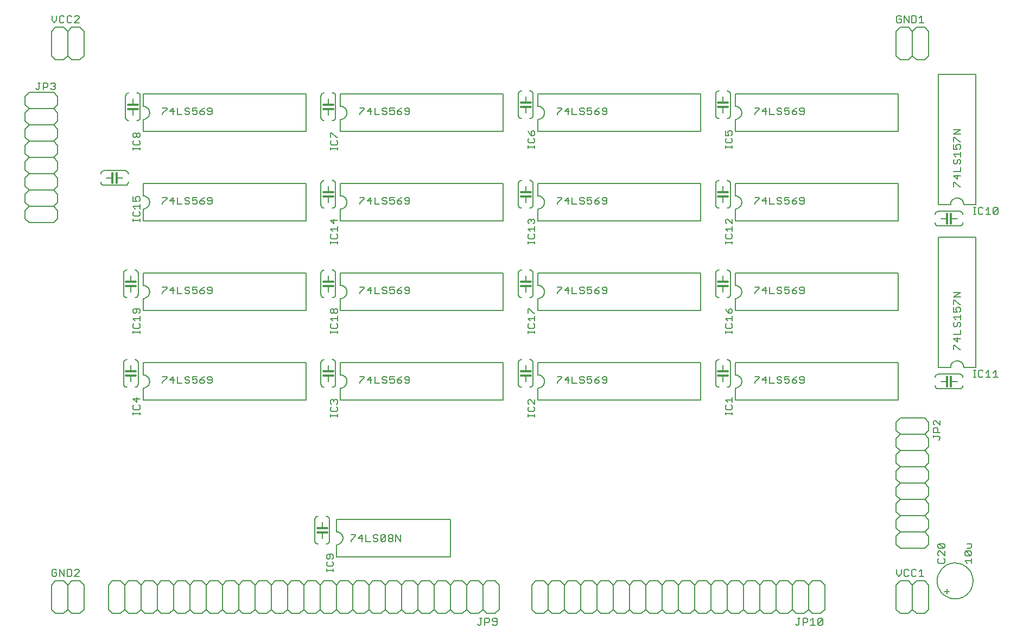
<source format=gto>
G75*
%MOIN*%
%OFA0B0*%
%FSLAX24Y24*%
%IPPOS*%
%LPD*%
%AMOC8*
5,1,8,0,0,1.08239X$1,22.5*
%
%ADD10C,0.0080*%
%ADD11C,0.0120*%
D10*
X006890Y005890D02*
X007140Y005640D01*
X007640Y005640D01*
X007890Y005890D01*
X007890Y007390D01*
X008140Y007640D01*
X008640Y007640D01*
X008890Y007390D01*
X008890Y005890D01*
X008640Y005640D01*
X008140Y005640D01*
X007890Y005890D01*
X006890Y005890D02*
X006890Y007390D01*
X007140Y007640D01*
X007640Y007640D01*
X007890Y007390D01*
X007851Y007930D02*
X008061Y007930D01*
X008131Y008000D01*
X008131Y008280D01*
X008061Y008350D01*
X007851Y008350D01*
X007851Y007930D01*
X007671Y007930D02*
X007671Y008350D01*
X007390Y008350D02*
X007671Y007930D01*
X007390Y007930D02*
X007390Y008350D01*
X007210Y008280D02*
X007140Y008350D01*
X007000Y008350D01*
X006930Y008280D01*
X006930Y008000D01*
X007000Y007930D01*
X007140Y007930D01*
X007210Y008000D01*
X007210Y008140D01*
X007070Y008140D01*
X008311Y008280D02*
X008381Y008350D01*
X008521Y008350D01*
X008591Y008280D01*
X008591Y008210D01*
X008311Y007930D01*
X008591Y007930D01*
X010390Y007390D02*
X010390Y005890D01*
X010640Y005640D01*
X011140Y005640D01*
X011390Y005890D01*
X011390Y007390D01*
X011140Y007640D01*
X010640Y007640D01*
X010390Y007390D01*
X011390Y007390D02*
X011640Y007640D01*
X012140Y007640D01*
X012390Y007390D01*
X012390Y005890D01*
X012140Y005640D01*
X011640Y005640D01*
X011390Y005890D01*
X012390Y005890D02*
X012640Y005640D01*
X013140Y005640D01*
X013390Y005890D01*
X013390Y007390D01*
X013140Y007640D01*
X012640Y007640D01*
X012390Y007390D01*
X013390Y007390D02*
X013640Y007640D01*
X014140Y007640D01*
X014390Y007390D01*
X014390Y005890D01*
X014140Y005640D01*
X013640Y005640D01*
X013390Y005890D01*
X014390Y005890D02*
X014640Y005640D01*
X015140Y005640D01*
X015390Y005890D01*
X015390Y007390D01*
X015140Y007640D01*
X014640Y007640D01*
X014390Y007390D01*
X015390Y007390D02*
X015640Y007640D01*
X016140Y007640D01*
X016390Y007390D01*
X016390Y005890D01*
X016140Y005640D01*
X015640Y005640D01*
X015390Y005890D01*
X016390Y005890D02*
X016640Y005640D01*
X017140Y005640D01*
X017390Y005890D01*
X017390Y007390D01*
X017640Y007640D01*
X018140Y007640D01*
X018390Y007390D01*
X018390Y005890D01*
X018140Y005640D01*
X017640Y005640D01*
X017390Y005890D01*
X018390Y005890D02*
X018640Y005640D01*
X019140Y005640D01*
X019390Y005890D01*
X019390Y007390D01*
X019640Y007640D01*
X020140Y007640D01*
X020390Y007390D01*
X020390Y005890D01*
X020140Y005640D01*
X019640Y005640D01*
X019390Y005890D01*
X020390Y005890D02*
X020640Y005640D01*
X021140Y005640D01*
X021390Y005890D01*
X021390Y007390D01*
X021640Y007640D01*
X022140Y007640D01*
X022390Y007390D01*
X022390Y005890D01*
X022140Y005640D01*
X021640Y005640D01*
X021390Y005890D01*
X022390Y005890D02*
X022640Y005640D01*
X023140Y005640D01*
X023390Y005890D01*
X023390Y007390D01*
X023640Y007640D01*
X024140Y007640D01*
X024390Y007390D01*
X024390Y005890D01*
X024140Y005640D01*
X023640Y005640D01*
X023390Y005890D01*
X024390Y005890D02*
X024640Y005640D01*
X025140Y005640D01*
X025390Y005890D01*
X025390Y007390D01*
X025640Y007640D01*
X026140Y007640D01*
X026390Y007390D01*
X026390Y005890D01*
X026140Y005640D01*
X025640Y005640D01*
X025390Y005890D01*
X026390Y005890D02*
X026640Y005640D01*
X027140Y005640D01*
X027390Y005890D01*
X027390Y007390D01*
X027640Y007640D01*
X028140Y007640D01*
X028390Y007390D01*
X028390Y005890D01*
X028140Y005640D01*
X027640Y005640D01*
X027390Y005890D01*
X028390Y005890D02*
X028640Y005640D01*
X029140Y005640D01*
X029390Y005890D01*
X029390Y007390D01*
X029140Y007640D01*
X028640Y007640D01*
X028390Y007390D01*
X029390Y007390D02*
X029640Y007640D01*
X030140Y007640D01*
X030390Y007390D01*
X030390Y005890D01*
X030140Y005640D01*
X029640Y005640D01*
X029390Y005890D01*
X030390Y005890D02*
X030640Y005640D01*
X031140Y005640D01*
X031390Y005890D01*
X031390Y007390D01*
X031140Y007640D01*
X030640Y007640D01*
X030390Y007390D01*
X031390Y007390D02*
X031640Y007640D01*
X032140Y007640D01*
X032390Y007390D01*
X032390Y005890D01*
X032140Y005640D01*
X031640Y005640D01*
X031390Y005890D01*
X032390Y005890D02*
X032640Y005640D01*
X033140Y005640D01*
X033390Y005890D01*
X033390Y007390D01*
X033140Y007640D01*
X032640Y007640D01*
X032390Y007390D01*
X033390Y007390D02*
X033640Y007640D01*
X034140Y007640D01*
X034390Y007390D01*
X034390Y005890D01*
X034140Y005640D01*
X033640Y005640D01*
X033390Y005890D01*
X033329Y005350D02*
X033189Y005350D01*
X033259Y005350D02*
X033259Y005000D01*
X033189Y004930D01*
X033119Y004930D01*
X033049Y005000D01*
X033509Y004930D02*
X033509Y005350D01*
X033719Y005350D01*
X033789Y005280D01*
X033789Y005140D01*
X033719Y005070D01*
X033509Y005070D01*
X033970Y005000D02*
X034040Y004930D01*
X034180Y004930D01*
X034250Y005000D01*
X034250Y005280D01*
X034180Y005350D01*
X034040Y005350D01*
X033970Y005280D01*
X033970Y005210D01*
X034040Y005140D01*
X034250Y005140D01*
X036390Y005890D02*
X036640Y005640D01*
X037140Y005640D01*
X037390Y005890D01*
X037390Y007390D01*
X037140Y007640D01*
X036640Y007640D01*
X036390Y007390D01*
X036390Y005890D01*
X037390Y005890D02*
X037640Y005640D01*
X038140Y005640D01*
X038390Y005890D01*
X038390Y007390D01*
X038140Y007640D01*
X037640Y007640D01*
X037390Y007390D01*
X038390Y007390D02*
X038640Y007640D01*
X039140Y007640D01*
X039390Y007390D01*
X039390Y005890D01*
X039140Y005640D01*
X038640Y005640D01*
X038390Y005890D01*
X039390Y005890D02*
X039640Y005640D01*
X040140Y005640D01*
X040390Y005890D01*
X040390Y007390D01*
X040640Y007640D01*
X041140Y007640D01*
X041390Y007390D01*
X041390Y005890D01*
X041140Y005640D01*
X040640Y005640D01*
X040390Y005890D01*
X041390Y005890D02*
X041640Y005640D01*
X042140Y005640D01*
X042390Y005890D01*
X042390Y007390D01*
X042640Y007640D01*
X043140Y007640D01*
X043390Y007390D01*
X043390Y005890D01*
X043140Y005640D01*
X042640Y005640D01*
X042390Y005890D01*
X043390Y005890D02*
X043640Y005640D01*
X044140Y005640D01*
X044390Y005890D01*
X044390Y007390D01*
X044640Y007640D01*
X045140Y007640D01*
X045390Y007390D01*
X045390Y005890D01*
X045140Y005640D01*
X044640Y005640D01*
X044390Y005890D01*
X045390Y005890D02*
X045640Y005640D01*
X046140Y005640D01*
X046390Y005890D01*
X046390Y007390D01*
X046640Y007640D01*
X047140Y007640D01*
X047390Y007390D01*
X047390Y005890D01*
X047140Y005640D01*
X046640Y005640D01*
X046390Y005890D01*
X047390Y005890D02*
X047640Y005640D01*
X048140Y005640D01*
X048390Y005890D01*
X048390Y007390D01*
X048140Y007640D01*
X047640Y007640D01*
X047390Y007390D01*
X046390Y007390D02*
X046140Y007640D01*
X045640Y007640D01*
X045390Y007390D01*
X044390Y007390D02*
X044140Y007640D01*
X043640Y007640D01*
X043390Y007390D01*
X042390Y007390D02*
X042140Y007640D01*
X041640Y007640D01*
X041390Y007390D01*
X040390Y007390D02*
X040140Y007640D01*
X039640Y007640D01*
X039390Y007390D01*
X031390Y009115D02*
X031390Y011415D01*
X024390Y011415D01*
X024390Y010665D01*
X024429Y010663D01*
X024468Y010657D01*
X024506Y010648D01*
X024543Y010635D01*
X024579Y010618D01*
X024612Y010598D01*
X024644Y010574D01*
X024673Y010548D01*
X024699Y010519D01*
X024723Y010487D01*
X024743Y010454D01*
X024760Y010418D01*
X024773Y010381D01*
X024782Y010343D01*
X024788Y010304D01*
X024790Y010265D01*
X024788Y010226D01*
X024782Y010187D01*
X024773Y010149D01*
X024760Y010112D01*
X024743Y010076D01*
X024723Y010043D01*
X024699Y010011D01*
X024673Y009982D01*
X024644Y009956D01*
X024612Y009932D01*
X024579Y009912D01*
X024543Y009895D01*
X024506Y009882D01*
X024468Y009873D01*
X024429Y009867D01*
X024390Y009865D01*
X024390Y009115D01*
X031390Y009115D01*
X028323Y010055D02*
X028323Y010475D01*
X028042Y010475D02*
X028323Y010055D01*
X028042Y010055D02*
X028042Y010475D01*
X027862Y010405D02*
X027862Y010335D01*
X027792Y010265D01*
X027652Y010265D01*
X027582Y010335D01*
X027582Y010405D01*
X027652Y010475D01*
X027792Y010475D01*
X027862Y010405D01*
X027792Y010265D02*
X027862Y010195D01*
X027862Y010125D01*
X027792Y010055D01*
X027652Y010055D01*
X027582Y010125D01*
X027582Y010195D01*
X027652Y010265D01*
X027402Y010125D02*
X027332Y010055D01*
X027192Y010055D01*
X027122Y010125D01*
X027402Y010405D01*
X027402Y010125D01*
X027402Y010405D02*
X027332Y010475D01*
X027192Y010475D01*
X027122Y010405D01*
X027122Y010125D01*
X026941Y010125D02*
X026871Y010055D01*
X026731Y010055D01*
X026661Y010125D01*
X026731Y010265D02*
X026871Y010265D01*
X026941Y010195D01*
X026941Y010125D01*
X026731Y010265D02*
X026661Y010335D01*
X026661Y010405D01*
X026731Y010475D01*
X026871Y010475D01*
X026941Y010405D01*
X026481Y010055D02*
X026201Y010055D01*
X026201Y010475D01*
X025951Y010475D02*
X025740Y010265D01*
X026021Y010265D01*
X025951Y010055D02*
X025951Y010475D01*
X025560Y010475D02*
X025560Y010405D01*
X025280Y010125D01*
X025280Y010055D01*
X025280Y010475D02*
X025560Y010475D01*
X023965Y010115D02*
X023965Y011415D01*
X023963Y011441D01*
X023958Y011467D01*
X023950Y011492D01*
X023938Y011515D01*
X023924Y011537D01*
X023906Y011556D01*
X023887Y011574D01*
X023865Y011588D01*
X023842Y011600D01*
X023817Y011608D01*
X023791Y011613D01*
X023765Y011615D01*
X023515Y011265D02*
X023515Y010885D01*
X023515Y010635D02*
X023515Y010265D01*
X023765Y009915D02*
X023791Y009917D01*
X023817Y009922D01*
X023842Y009930D01*
X023865Y009942D01*
X023887Y009956D01*
X023906Y009974D01*
X023924Y009993D01*
X023938Y010015D01*
X023950Y010038D01*
X023958Y010063D01*
X023963Y010089D01*
X023965Y010115D01*
X023265Y009915D02*
X023239Y009917D01*
X023213Y009922D01*
X023188Y009930D01*
X023165Y009942D01*
X023143Y009956D01*
X023124Y009974D01*
X023106Y009993D01*
X023092Y010015D01*
X023080Y010038D01*
X023072Y010063D01*
X023067Y010089D01*
X023065Y010115D01*
X023065Y011415D01*
X023067Y011441D01*
X023072Y011467D01*
X023080Y011492D01*
X023092Y011515D01*
X023106Y011537D01*
X023124Y011556D01*
X023143Y011574D01*
X023165Y011588D01*
X023188Y011600D01*
X023213Y011608D01*
X023239Y011613D01*
X023265Y011615D01*
X023850Y009278D02*
X023780Y009208D01*
X023780Y009067D01*
X023850Y008997D01*
X023920Y008997D01*
X023990Y009067D01*
X023990Y009278D01*
X024130Y009278D02*
X023850Y009278D01*
X024130Y009278D02*
X024200Y009208D01*
X024200Y009067D01*
X024130Y008997D01*
X024130Y008817D02*
X024200Y008747D01*
X024200Y008607D01*
X024130Y008537D01*
X023850Y008537D01*
X023780Y008607D01*
X023780Y008747D01*
X023850Y008817D01*
X023780Y008370D02*
X023780Y008230D01*
X023780Y008300D02*
X024200Y008300D01*
X024200Y008230D02*
X024200Y008370D01*
X024640Y007640D02*
X025140Y007640D01*
X025390Y007390D01*
X024640Y007640D02*
X024390Y007390D01*
X023390Y007390D02*
X023140Y007640D01*
X022640Y007640D01*
X022390Y007390D01*
X021390Y007390D02*
X021140Y007640D01*
X020640Y007640D01*
X020390Y007390D01*
X019390Y007390D02*
X019140Y007640D01*
X018640Y007640D01*
X018390Y007390D01*
X017390Y007390D02*
X017140Y007640D01*
X016640Y007640D01*
X016390Y007390D01*
X026390Y007390D02*
X026640Y007640D01*
X027140Y007640D01*
X027390Y007390D01*
X024450Y017730D02*
X024450Y017870D01*
X024450Y017800D02*
X024030Y017800D01*
X024030Y017730D02*
X024030Y017870D01*
X024100Y018037D02*
X024380Y018037D01*
X024450Y018107D01*
X024450Y018247D01*
X024380Y018317D01*
X024380Y018497D02*
X024450Y018567D01*
X024450Y018708D01*
X024380Y018778D01*
X024310Y018778D01*
X024240Y018708D01*
X024240Y018637D01*
X024240Y018708D02*
X024170Y018778D01*
X024100Y018778D01*
X024030Y018708D01*
X024030Y018567D01*
X024100Y018497D01*
X024100Y018317D02*
X024030Y018247D01*
X024030Y018107D01*
X024100Y018037D01*
X024640Y018740D02*
X024640Y019490D01*
X024340Y019740D02*
X024340Y021040D01*
X024338Y021066D01*
X024333Y021092D01*
X024325Y021117D01*
X024313Y021140D01*
X024299Y021162D01*
X024281Y021181D01*
X024262Y021199D01*
X024240Y021213D01*
X024217Y021225D01*
X024192Y021233D01*
X024166Y021238D01*
X024140Y021240D01*
X023890Y020890D02*
X023890Y020510D01*
X023890Y020260D02*
X023890Y019890D01*
X023640Y019540D02*
X023614Y019542D01*
X023588Y019547D01*
X023563Y019555D01*
X023540Y019567D01*
X023518Y019581D01*
X023499Y019599D01*
X023481Y019618D01*
X023467Y019640D01*
X023455Y019663D01*
X023447Y019688D01*
X023442Y019714D01*
X023440Y019740D01*
X023440Y021040D01*
X023442Y021066D01*
X023447Y021092D01*
X023455Y021117D01*
X023467Y021140D01*
X023481Y021162D01*
X023499Y021181D01*
X023518Y021199D01*
X023540Y021213D01*
X023563Y021225D01*
X023588Y021233D01*
X023614Y021238D01*
X023640Y021240D01*
X024640Y021040D02*
X024640Y020290D01*
X024679Y020288D01*
X024718Y020282D01*
X024756Y020273D01*
X024793Y020260D01*
X024829Y020243D01*
X024862Y020223D01*
X024894Y020199D01*
X024923Y020173D01*
X024949Y020144D01*
X024973Y020112D01*
X024993Y020079D01*
X025010Y020043D01*
X025023Y020006D01*
X025032Y019968D01*
X025038Y019929D01*
X025040Y019890D01*
X025038Y019851D01*
X025032Y019812D01*
X025023Y019774D01*
X025010Y019737D01*
X024993Y019701D01*
X024973Y019668D01*
X024949Y019636D01*
X024923Y019607D01*
X024894Y019581D01*
X024862Y019557D01*
X024829Y019537D01*
X024793Y019520D01*
X024756Y019507D01*
X024718Y019498D01*
X024679Y019492D01*
X024640Y019490D01*
X024340Y019740D02*
X024338Y019714D01*
X024333Y019688D01*
X024325Y019663D01*
X024313Y019640D01*
X024299Y019618D01*
X024281Y019599D01*
X024262Y019581D01*
X024240Y019567D01*
X024217Y019555D01*
X024192Y019547D01*
X024166Y019542D01*
X024140Y019540D01*
X024640Y018740D02*
X034640Y018740D01*
X034640Y021040D01*
X024640Y021040D01*
X025830Y020200D02*
X026110Y020200D01*
X026110Y020130D01*
X025830Y019850D01*
X025830Y019780D01*
X026290Y019990D02*
X026571Y019990D01*
X026501Y019780D02*
X026501Y020200D01*
X026290Y019990D01*
X026751Y020200D02*
X026751Y019780D01*
X027031Y019780D01*
X027211Y019850D02*
X027281Y019780D01*
X027421Y019780D01*
X027491Y019850D01*
X027491Y019920D01*
X027421Y019990D01*
X027281Y019990D01*
X027211Y020060D01*
X027211Y020130D01*
X027281Y020200D01*
X027421Y020200D01*
X027491Y020130D01*
X027672Y020200D02*
X027672Y019990D01*
X027812Y020060D01*
X027882Y020060D01*
X027952Y019990D01*
X027952Y019850D01*
X027882Y019780D01*
X027742Y019780D01*
X027672Y019850D01*
X027672Y020200D02*
X027952Y020200D01*
X028132Y019990D02*
X028342Y019990D01*
X028412Y019920D01*
X028412Y019850D01*
X028342Y019780D01*
X028202Y019780D01*
X028132Y019850D01*
X028132Y019990D01*
X028272Y020130D01*
X028412Y020200D01*
X028592Y020130D02*
X028592Y020060D01*
X028662Y019990D01*
X028873Y019990D01*
X028873Y019850D02*
X028873Y020130D01*
X028803Y020200D01*
X028662Y020200D01*
X028592Y020130D01*
X028592Y019850D02*
X028662Y019780D01*
X028803Y019780D01*
X028873Y019850D01*
X024450Y022855D02*
X024450Y022995D01*
X024450Y022925D02*
X024030Y022925D01*
X024030Y022855D02*
X024030Y022995D01*
X024100Y023162D02*
X024380Y023162D01*
X024450Y023232D01*
X024450Y023372D01*
X024380Y023442D01*
X024450Y023622D02*
X024450Y023903D01*
X024450Y023762D02*
X024030Y023762D01*
X024170Y023622D01*
X024100Y023442D02*
X024030Y023372D01*
X024030Y023232D01*
X024100Y023162D01*
X024100Y024083D02*
X024170Y024083D01*
X024240Y024153D01*
X024240Y024293D01*
X024310Y024363D01*
X024380Y024363D01*
X024450Y024293D01*
X024450Y024153D01*
X024380Y024083D01*
X024310Y024083D01*
X024240Y024153D01*
X024240Y024293D02*
X024170Y024363D01*
X024100Y024363D01*
X024030Y024293D01*
X024030Y024153D01*
X024100Y024083D01*
X024640Y024240D02*
X024640Y024990D01*
X024340Y025240D02*
X024340Y026540D01*
X024338Y026566D01*
X024333Y026592D01*
X024325Y026617D01*
X024313Y026640D01*
X024299Y026662D01*
X024281Y026681D01*
X024262Y026699D01*
X024240Y026713D01*
X024217Y026725D01*
X024192Y026733D01*
X024166Y026738D01*
X024140Y026740D01*
X023890Y026390D02*
X023890Y026010D01*
X023890Y025760D02*
X023890Y025390D01*
X023640Y025040D02*
X023614Y025042D01*
X023588Y025047D01*
X023563Y025055D01*
X023540Y025067D01*
X023518Y025081D01*
X023499Y025099D01*
X023481Y025118D01*
X023467Y025140D01*
X023455Y025163D01*
X023447Y025188D01*
X023442Y025214D01*
X023440Y025240D01*
X023440Y026540D01*
X023442Y026566D01*
X023447Y026592D01*
X023455Y026617D01*
X023467Y026640D01*
X023481Y026662D01*
X023499Y026681D01*
X023518Y026699D01*
X023540Y026713D01*
X023563Y026725D01*
X023588Y026733D01*
X023614Y026738D01*
X023640Y026740D01*
X024640Y026540D02*
X024640Y025790D01*
X024679Y025788D01*
X024718Y025782D01*
X024756Y025773D01*
X024793Y025760D01*
X024829Y025743D01*
X024862Y025723D01*
X024894Y025699D01*
X024923Y025673D01*
X024949Y025644D01*
X024973Y025612D01*
X024993Y025579D01*
X025010Y025543D01*
X025023Y025506D01*
X025032Y025468D01*
X025038Y025429D01*
X025040Y025390D01*
X025038Y025351D01*
X025032Y025312D01*
X025023Y025274D01*
X025010Y025237D01*
X024993Y025201D01*
X024973Y025168D01*
X024949Y025136D01*
X024923Y025107D01*
X024894Y025081D01*
X024862Y025057D01*
X024829Y025037D01*
X024793Y025020D01*
X024756Y025007D01*
X024718Y024998D01*
X024679Y024992D01*
X024640Y024990D01*
X024340Y025240D02*
X024338Y025214D01*
X024333Y025188D01*
X024325Y025163D01*
X024313Y025140D01*
X024299Y025118D01*
X024281Y025099D01*
X024262Y025081D01*
X024240Y025067D01*
X024217Y025055D01*
X024192Y025047D01*
X024166Y025042D01*
X024140Y025040D01*
X024640Y024240D02*
X034640Y024240D01*
X034640Y026540D01*
X024640Y026540D01*
X025830Y025700D02*
X026110Y025700D01*
X026110Y025630D01*
X025830Y025350D01*
X025830Y025280D01*
X026290Y025490D02*
X026571Y025490D01*
X026501Y025280D02*
X026501Y025700D01*
X026290Y025490D01*
X026751Y025700D02*
X026751Y025280D01*
X027031Y025280D01*
X027211Y025350D02*
X027281Y025280D01*
X027421Y025280D01*
X027491Y025350D01*
X027491Y025420D01*
X027421Y025490D01*
X027281Y025490D01*
X027211Y025560D01*
X027211Y025630D01*
X027281Y025700D01*
X027421Y025700D01*
X027491Y025630D01*
X027672Y025700D02*
X027672Y025490D01*
X027812Y025560D01*
X027882Y025560D01*
X027952Y025490D01*
X027952Y025350D01*
X027882Y025280D01*
X027742Y025280D01*
X027672Y025350D01*
X027672Y025700D02*
X027952Y025700D01*
X028132Y025490D02*
X028342Y025490D01*
X028412Y025420D01*
X028412Y025350D01*
X028342Y025280D01*
X028202Y025280D01*
X028132Y025350D01*
X028132Y025490D01*
X028272Y025630D01*
X028412Y025700D01*
X028592Y025630D02*
X028592Y025560D01*
X028662Y025490D01*
X028873Y025490D01*
X028873Y025350D02*
X028873Y025630D01*
X028803Y025700D01*
X028662Y025700D01*
X028592Y025630D01*
X028592Y025350D02*
X028662Y025280D01*
X028803Y025280D01*
X028873Y025350D01*
X024450Y028355D02*
X024450Y028495D01*
X024450Y028425D02*
X024030Y028425D01*
X024030Y028355D02*
X024030Y028495D01*
X024100Y028662D02*
X024380Y028662D01*
X024450Y028732D01*
X024450Y028872D01*
X024380Y028942D01*
X024450Y029122D02*
X024450Y029403D01*
X024450Y029262D02*
X024030Y029262D01*
X024170Y029122D01*
X024100Y028942D02*
X024030Y028872D01*
X024030Y028732D01*
X024100Y028662D01*
X024240Y029583D02*
X024240Y029863D01*
X024450Y029793D02*
X024030Y029793D01*
X024240Y029583D01*
X024640Y029740D02*
X024640Y030490D01*
X024340Y030740D02*
X024340Y032040D01*
X024338Y032066D01*
X024333Y032092D01*
X024325Y032117D01*
X024313Y032140D01*
X024299Y032162D01*
X024281Y032181D01*
X024262Y032199D01*
X024240Y032213D01*
X024217Y032225D01*
X024192Y032233D01*
X024166Y032238D01*
X024140Y032240D01*
X023890Y031890D02*
X023890Y031510D01*
X023890Y031260D02*
X023890Y030890D01*
X023640Y030540D02*
X023614Y030542D01*
X023588Y030547D01*
X023563Y030555D01*
X023540Y030567D01*
X023518Y030581D01*
X023499Y030599D01*
X023481Y030618D01*
X023467Y030640D01*
X023455Y030663D01*
X023447Y030688D01*
X023442Y030714D01*
X023440Y030740D01*
X023440Y032040D01*
X023442Y032066D01*
X023447Y032092D01*
X023455Y032117D01*
X023467Y032140D01*
X023481Y032162D01*
X023499Y032181D01*
X023518Y032199D01*
X023540Y032213D01*
X023563Y032225D01*
X023588Y032233D01*
X023614Y032238D01*
X023640Y032240D01*
X024640Y032040D02*
X024640Y031290D01*
X024679Y031288D01*
X024718Y031282D01*
X024756Y031273D01*
X024793Y031260D01*
X024829Y031243D01*
X024862Y031223D01*
X024894Y031199D01*
X024923Y031173D01*
X024949Y031144D01*
X024973Y031112D01*
X024993Y031079D01*
X025010Y031043D01*
X025023Y031006D01*
X025032Y030968D01*
X025038Y030929D01*
X025040Y030890D01*
X025038Y030851D01*
X025032Y030812D01*
X025023Y030774D01*
X025010Y030737D01*
X024993Y030701D01*
X024973Y030668D01*
X024949Y030636D01*
X024923Y030607D01*
X024894Y030581D01*
X024862Y030557D01*
X024829Y030537D01*
X024793Y030520D01*
X024756Y030507D01*
X024718Y030498D01*
X024679Y030492D01*
X024640Y030490D01*
X024340Y030740D02*
X024338Y030714D01*
X024333Y030688D01*
X024325Y030663D01*
X024313Y030640D01*
X024299Y030618D01*
X024281Y030599D01*
X024262Y030581D01*
X024240Y030567D01*
X024217Y030555D01*
X024192Y030547D01*
X024166Y030542D01*
X024140Y030540D01*
X024640Y029740D02*
X034640Y029740D01*
X034640Y032040D01*
X024640Y032040D01*
X025830Y031200D02*
X026110Y031200D01*
X026110Y031130D01*
X025830Y030850D01*
X025830Y030780D01*
X026290Y030990D02*
X026501Y031200D01*
X026501Y030780D01*
X026571Y030990D02*
X026290Y030990D01*
X026751Y030780D02*
X027031Y030780D01*
X027211Y030850D02*
X027281Y030780D01*
X027421Y030780D01*
X027491Y030850D01*
X027491Y030920D01*
X027421Y030990D01*
X027281Y030990D01*
X027211Y031060D01*
X027211Y031130D01*
X027281Y031200D01*
X027421Y031200D01*
X027491Y031130D01*
X027672Y031200D02*
X027672Y030990D01*
X027812Y031060D01*
X027882Y031060D01*
X027952Y030990D01*
X027952Y030850D01*
X027882Y030780D01*
X027742Y030780D01*
X027672Y030850D01*
X027672Y031200D02*
X027952Y031200D01*
X028132Y030990D02*
X028272Y031130D01*
X028412Y031200D01*
X028592Y031130D02*
X028592Y031060D01*
X028662Y030990D01*
X028873Y030990D01*
X028873Y030850D02*
X028873Y031130D01*
X028803Y031200D01*
X028662Y031200D01*
X028592Y031130D01*
X028412Y030920D02*
X028342Y030990D01*
X028132Y030990D01*
X028132Y030850D01*
X028202Y030780D01*
X028342Y030780D01*
X028412Y030850D01*
X028412Y030920D01*
X028592Y030850D02*
X028662Y030780D01*
X028803Y030780D01*
X028873Y030850D01*
X026751Y030780D02*
X026751Y031200D01*
X024450Y034105D02*
X024450Y034245D01*
X024450Y034175D02*
X024030Y034175D01*
X024030Y034105D02*
X024030Y034245D01*
X024100Y034412D02*
X024380Y034412D01*
X024450Y034482D01*
X024450Y034622D01*
X024380Y034692D01*
X024380Y034872D02*
X024450Y034872D01*
X024380Y034872D02*
X024100Y035153D01*
X024030Y035153D01*
X024030Y034872D01*
X024100Y034692D02*
X024030Y034622D01*
X024030Y034482D01*
X024100Y034412D01*
X024640Y035240D02*
X024640Y035990D01*
X024340Y036115D02*
X024340Y037415D01*
X024338Y037441D01*
X024333Y037467D01*
X024325Y037492D01*
X024313Y037515D01*
X024299Y037537D01*
X024281Y037556D01*
X024262Y037574D01*
X024240Y037588D01*
X024217Y037600D01*
X024192Y037608D01*
X024166Y037613D01*
X024140Y037615D01*
X023890Y037265D02*
X023890Y036885D01*
X023890Y036635D02*
X023890Y036265D01*
X023640Y035915D02*
X023614Y035917D01*
X023588Y035922D01*
X023563Y035930D01*
X023540Y035942D01*
X023518Y035956D01*
X023499Y035974D01*
X023481Y035993D01*
X023467Y036015D01*
X023455Y036038D01*
X023447Y036063D01*
X023442Y036089D01*
X023440Y036115D01*
X023440Y037415D01*
X023442Y037441D01*
X023447Y037467D01*
X023455Y037492D01*
X023467Y037515D01*
X023481Y037537D01*
X023499Y037556D01*
X023518Y037574D01*
X023540Y037588D01*
X023563Y037600D01*
X023588Y037608D01*
X023614Y037613D01*
X023640Y037615D01*
X024640Y037540D02*
X024640Y036790D01*
X024679Y036788D01*
X024718Y036782D01*
X024756Y036773D01*
X024793Y036760D01*
X024829Y036743D01*
X024862Y036723D01*
X024894Y036699D01*
X024923Y036673D01*
X024949Y036644D01*
X024973Y036612D01*
X024993Y036579D01*
X025010Y036543D01*
X025023Y036506D01*
X025032Y036468D01*
X025038Y036429D01*
X025040Y036390D01*
X025038Y036351D01*
X025032Y036312D01*
X025023Y036274D01*
X025010Y036237D01*
X024993Y036201D01*
X024973Y036168D01*
X024949Y036136D01*
X024923Y036107D01*
X024894Y036081D01*
X024862Y036057D01*
X024829Y036037D01*
X024793Y036020D01*
X024756Y036007D01*
X024718Y035998D01*
X024679Y035992D01*
X024640Y035990D01*
X024340Y036115D02*
X024338Y036089D01*
X024333Y036063D01*
X024325Y036038D01*
X024313Y036015D01*
X024299Y035993D01*
X024281Y035974D01*
X024262Y035956D01*
X024240Y035942D01*
X024217Y035930D01*
X024192Y035922D01*
X024166Y035917D01*
X024140Y035915D01*
X024640Y035240D02*
X034640Y035240D01*
X034640Y037540D01*
X024640Y037540D01*
X025830Y036700D02*
X026110Y036700D01*
X026110Y036630D01*
X025830Y036350D01*
X025830Y036280D01*
X026290Y036490D02*
X026571Y036490D01*
X026501Y036280D02*
X026501Y036700D01*
X026290Y036490D01*
X026751Y036700D02*
X026751Y036280D01*
X027031Y036280D01*
X027211Y036350D02*
X027281Y036280D01*
X027421Y036280D01*
X027491Y036350D01*
X027491Y036420D01*
X027421Y036490D01*
X027281Y036490D01*
X027211Y036560D01*
X027211Y036630D01*
X027281Y036700D01*
X027421Y036700D01*
X027491Y036630D01*
X027672Y036700D02*
X027672Y036490D01*
X027812Y036560D01*
X027882Y036560D01*
X027952Y036490D01*
X027952Y036350D01*
X027882Y036280D01*
X027742Y036280D01*
X027672Y036350D01*
X027672Y036700D02*
X027952Y036700D01*
X028132Y036490D02*
X028342Y036490D01*
X028412Y036420D01*
X028412Y036350D01*
X028342Y036280D01*
X028202Y036280D01*
X028132Y036350D01*
X028132Y036490D01*
X028272Y036630D01*
X028412Y036700D01*
X028592Y036630D02*
X028592Y036560D01*
X028662Y036490D01*
X028873Y036490D01*
X028873Y036350D02*
X028873Y036630D01*
X028803Y036700D01*
X028662Y036700D01*
X028592Y036630D01*
X028592Y036350D02*
X028662Y036280D01*
X028803Y036280D01*
X028873Y036350D01*
X022515Y035240D02*
X022515Y037540D01*
X012515Y037540D01*
X012515Y036790D01*
X012554Y036788D01*
X012593Y036782D01*
X012631Y036773D01*
X012668Y036760D01*
X012704Y036743D01*
X012737Y036723D01*
X012769Y036699D01*
X012798Y036673D01*
X012824Y036644D01*
X012848Y036612D01*
X012868Y036579D01*
X012885Y036543D01*
X012898Y036506D01*
X012907Y036468D01*
X012913Y036429D01*
X012915Y036390D01*
X012913Y036351D01*
X012907Y036312D01*
X012898Y036274D01*
X012885Y036237D01*
X012868Y036201D01*
X012848Y036168D01*
X012824Y036136D01*
X012798Y036107D01*
X012769Y036081D01*
X012737Y036057D01*
X012704Y036037D01*
X012668Y036020D01*
X012631Y036007D01*
X012593Y035998D01*
X012554Y035992D01*
X012515Y035990D01*
X012515Y035240D01*
X022515Y035240D01*
X022515Y032040D02*
X022515Y029740D01*
X012515Y029740D01*
X012515Y030490D01*
X012325Y030497D02*
X012325Y030778D01*
X012325Y030637D02*
X011905Y030637D01*
X012045Y030497D01*
X011975Y030317D02*
X011905Y030247D01*
X011905Y030107D01*
X011975Y030037D01*
X012255Y030037D01*
X012325Y030107D01*
X012325Y030247D01*
X012255Y030317D01*
X012325Y029870D02*
X012325Y029730D01*
X012325Y029800D02*
X011905Y029800D01*
X011905Y029730D02*
X011905Y029870D01*
X011905Y030958D02*
X012115Y030958D01*
X012045Y031098D01*
X012045Y031168D01*
X012115Y031238D01*
X012255Y031238D01*
X012325Y031168D01*
X012325Y031028D01*
X012255Y030958D01*
X012515Y031290D02*
X012554Y031288D01*
X012593Y031282D01*
X012631Y031273D01*
X012668Y031260D01*
X012704Y031243D01*
X012737Y031223D01*
X012769Y031199D01*
X012798Y031173D01*
X012824Y031144D01*
X012848Y031112D01*
X012868Y031079D01*
X012885Y031043D01*
X012898Y031006D01*
X012907Y030968D01*
X012913Y030929D01*
X012915Y030890D01*
X012913Y030851D01*
X012907Y030812D01*
X012898Y030774D01*
X012885Y030737D01*
X012868Y030701D01*
X012848Y030668D01*
X012824Y030636D01*
X012798Y030607D01*
X012769Y030581D01*
X012737Y030557D01*
X012704Y030537D01*
X012668Y030520D01*
X012631Y030507D01*
X012593Y030498D01*
X012554Y030492D01*
X012515Y030490D01*
X011905Y030958D02*
X011905Y031238D01*
X012515Y031290D02*
X012515Y032040D01*
X022515Y032040D01*
X016748Y031130D02*
X016748Y030850D01*
X016678Y030780D01*
X016537Y030780D01*
X016467Y030850D01*
X016537Y030990D02*
X016748Y030990D01*
X016748Y031130D02*
X016678Y031200D01*
X016537Y031200D01*
X016467Y031130D01*
X016467Y031060D01*
X016537Y030990D01*
X016287Y030920D02*
X016217Y030990D01*
X016007Y030990D01*
X016007Y030850D01*
X016077Y030780D01*
X016217Y030780D01*
X016287Y030850D01*
X016287Y030920D01*
X016147Y031130D02*
X016007Y030990D01*
X015827Y030990D02*
X015827Y030850D01*
X015757Y030780D01*
X015617Y030780D01*
X015547Y030850D01*
X015547Y030990D02*
X015687Y031060D01*
X015757Y031060D01*
X015827Y030990D01*
X015827Y031200D02*
X015547Y031200D01*
X015547Y030990D01*
X015366Y030920D02*
X015366Y030850D01*
X015296Y030780D01*
X015156Y030780D01*
X015086Y030850D01*
X015156Y030990D02*
X015296Y030990D01*
X015366Y030920D01*
X015366Y031130D02*
X015296Y031200D01*
X015156Y031200D01*
X015086Y031130D01*
X015086Y031060D01*
X015156Y030990D01*
X014906Y030780D02*
X014626Y030780D01*
X014626Y031200D01*
X014376Y031200D02*
X014165Y030990D01*
X014446Y030990D01*
X014376Y030780D02*
X014376Y031200D01*
X013985Y031200D02*
X013985Y031130D01*
X013705Y030850D01*
X013705Y030780D01*
X013705Y031200D02*
X013985Y031200D01*
X016147Y031130D02*
X016287Y031200D01*
X012325Y034105D02*
X012325Y034245D01*
X012325Y034175D02*
X011905Y034175D01*
X011905Y034105D02*
X011905Y034245D01*
X011975Y034412D02*
X012255Y034412D01*
X012325Y034482D01*
X012325Y034622D01*
X012255Y034692D01*
X012255Y034872D02*
X012185Y034872D01*
X012115Y034942D01*
X012115Y035083D01*
X012185Y035153D01*
X012255Y035153D01*
X012325Y035083D01*
X012325Y034942D01*
X012255Y034872D01*
X012115Y034942D02*
X012045Y034872D01*
X011975Y034872D01*
X011905Y034942D01*
X011905Y035083D01*
X011975Y035153D01*
X012045Y035153D01*
X012115Y035083D01*
X011975Y034692D02*
X011905Y034622D01*
X011905Y034482D01*
X011975Y034412D01*
X011415Y032840D02*
X010115Y032840D01*
X010089Y032838D01*
X010063Y032833D01*
X010038Y032825D01*
X010015Y032813D01*
X009993Y032799D01*
X009974Y032781D01*
X009956Y032762D01*
X009942Y032740D01*
X009930Y032717D01*
X009922Y032692D01*
X009917Y032666D01*
X009915Y032640D01*
X010265Y032390D02*
X010635Y032390D01*
X010885Y032390D02*
X011265Y032390D01*
X011615Y032640D02*
X011613Y032666D01*
X011608Y032692D01*
X011600Y032717D01*
X011588Y032740D01*
X011574Y032762D01*
X011556Y032781D01*
X011537Y032799D01*
X011515Y032813D01*
X011492Y032825D01*
X011467Y032833D01*
X011441Y032838D01*
X011415Y032840D01*
X011615Y032140D02*
X011613Y032114D01*
X011608Y032088D01*
X011600Y032063D01*
X011588Y032040D01*
X011574Y032018D01*
X011556Y031999D01*
X011537Y031981D01*
X011515Y031967D01*
X011492Y031955D01*
X011467Y031947D01*
X011441Y031942D01*
X011415Y031940D01*
X010115Y031940D01*
X010089Y031942D01*
X010063Y031947D01*
X010038Y031955D01*
X010015Y031967D01*
X009993Y031981D01*
X009974Y031999D01*
X009956Y032018D01*
X009942Y032040D01*
X009930Y032063D01*
X009922Y032088D01*
X009917Y032114D01*
X009915Y032140D01*
X007265Y031890D02*
X007015Y031640D01*
X005515Y031640D01*
X005265Y031390D01*
X005265Y030890D01*
X005515Y030640D01*
X005265Y030390D01*
X005265Y029890D01*
X005515Y029640D01*
X007015Y029640D01*
X007265Y029890D01*
X007265Y030390D01*
X007015Y030640D01*
X005515Y030640D01*
X007015Y030640D02*
X007265Y030890D01*
X007265Y031390D01*
X007015Y031640D01*
X007265Y031890D02*
X007265Y032390D01*
X007015Y032640D01*
X005515Y032640D01*
X005265Y032390D01*
X005265Y031890D01*
X005515Y031640D01*
X005515Y032640D02*
X005265Y032890D01*
X005265Y033390D01*
X005515Y033640D01*
X007015Y033640D01*
X007265Y033390D01*
X007265Y032890D01*
X007015Y032640D01*
X007015Y033640D02*
X007265Y033890D01*
X007265Y034390D01*
X007015Y034640D01*
X005515Y034640D01*
X005265Y034390D01*
X005265Y033890D01*
X005515Y033640D01*
X005515Y034640D02*
X005265Y034890D01*
X005265Y035390D01*
X005515Y035640D01*
X007015Y035640D01*
X007265Y035390D01*
X007265Y034890D01*
X007015Y034640D01*
X007015Y035640D02*
X007265Y035890D01*
X007265Y036390D01*
X007015Y036640D01*
X005515Y036640D01*
X005265Y036390D01*
X005265Y035890D01*
X005515Y035640D01*
X005515Y036640D02*
X005265Y036890D01*
X005265Y037390D01*
X005515Y037640D01*
X007015Y037640D01*
X007265Y037390D01*
X007265Y036890D01*
X007015Y036640D01*
X007055Y037805D02*
X006915Y037805D01*
X006845Y037875D01*
X006985Y038015D02*
X007055Y038015D01*
X007125Y037945D01*
X007125Y037875D01*
X007055Y037805D01*
X007055Y038015D02*
X007125Y038085D01*
X007125Y038155D01*
X007055Y038225D01*
X006915Y038225D01*
X006845Y038155D01*
X006664Y038155D02*
X006664Y038015D01*
X006594Y037945D01*
X006384Y037945D01*
X006384Y037805D02*
X006384Y038225D01*
X006594Y038225D01*
X006664Y038155D01*
X006204Y038225D02*
X006064Y038225D01*
X006134Y038225D02*
X006134Y037875D01*
X006064Y037805D01*
X005994Y037805D01*
X005924Y037875D01*
X007140Y039640D02*
X006890Y039890D01*
X006890Y041390D01*
X007140Y041640D01*
X007640Y041640D01*
X007890Y041390D01*
X007890Y039890D01*
X008140Y039640D01*
X008640Y039640D01*
X008890Y039890D01*
X008890Y041390D01*
X008640Y041640D01*
X008140Y041640D01*
X007890Y041390D01*
X007921Y041930D02*
X008061Y041930D01*
X008131Y042000D01*
X008311Y041930D02*
X008591Y042210D01*
X008591Y042280D01*
X008521Y042350D01*
X008381Y042350D01*
X008311Y042280D01*
X008131Y042280D02*
X008061Y042350D01*
X007921Y042350D01*
X007851Y042280D01*
X007851Y042000D01*
X007921Y041930D01*
X007671Y042000D02*
X007601Y041930D01*
X007460Y041930D01*
X007390Y042000D01*
X007390Y042280D01*
X007460Y042350D01*
X007601Y042350D01*
X007671Y042280D01*
X007210Y042350D02*
X007210Y042070D01*
X007070Y041930D01*
X006930Y042070D01*
X006930Y042350D01*
X008311Y041930D02*
X008591Y041930D01*
X007890Y039890D02*
X007640Y039640D01*
X007140Y039640D01*
X011440Y037415D02*
X011440Y036115D01*
X011442Y036089D01*
X011447Y036063D01*
X011455Y036038D01*
X011467Y036015D01*
X011481Y035993D01*
X011499Y035974D01*
X011518Y035956D01*
X011540Y035942D01*
X011563Y035930D01*
X011588Y035922D01*
X011614Y035917D01*
X011640Y035915D01*
X011890Y036265D02*
X011890Y036635D01*
X011890Y036885D02*
X011890Y037265D01*
X011640Y037615D02*
X011614Y037613D01*
X011588Y037608D01*
X011563Y037600D01*
X011540Y037588D01*
X011518Y037574D01*
X011499Y037556D01*
X011481Y037537D01*
X011467Y037515D01*
X011455Y037492D01*
X011447Y037467D01*
X011442Y037441D01*
X011440Y037415D01*
X012140Y037615D02*
X012166Y037613D01*
X012192Y037608D01*
X012217Y037600D01*
X012240Y037588D01*
X012262Y037574D01*
X012281Y037556D01*
X012299Y037537D01*
X012313Y037515D01*
X012325Y037492D01*
X012333Y037467D01*
X012338Y037441D01*
X012340Y037415D01*
X012340Y036115D01*
X012338Y036089D01*
X012333Y036063D01*
X012325Y036038D01*
X012313Y036015D01*
X012299Y035993D01*
X012281Y035974D01*
X012262Y035956D01*
X012240Y035942D01*
X012217Y035930D01*
X012192Y035922D01*
X012166Y035917D01*
X012140Y035915D01*
X013705Y036280D02*
X013705Y036350D01*
X013985Y036630D01*
X013985Y036700D01*
X013705Y036700D01*
X014165Y036490D02*
X014446Y036490D01*
X014376Y036280D02*
X014376Y036700D01*
X014165Y036490D01*
X014626Y036280D02*
X014906Y036280D01*
X015086Y036350D02*
X015156Y036280D01*
X015296Y036280D01*
X015366Y036350D01*
X015366Y036420D01*
X015296Y036490D01*
X015156Y036490D01*
X015086Y036560D01*
X015086Y036630D01*
X015156Y036700D01*
X015296Y036700D01*
X015366Y036630D01*
X015547Y036700D02*
X015547Y036490D01*
X015687Y036560D01*
X015757Y036560D01*
X015827Y036490D01*
X015827Y036350D01*
X015757Y036280D01*
X015617Y036280D01*
X015547Y036350D01*
X015547Y036700D02*
X015827Y036700D01*
X016007Y036490D02*
X016217Y036490D01*
X016287Y036420D01*
X016287Y036350D01*
X016217Y036280D01*
X016077Y036280D01*
X016007Y036350D01*
X016007Y036490D01*
X016147Y036630D01*
X016287Y036700D01*
X016467Y036630D02*
X016467Y036560D01*
X016537Y036490D01*
X016748Y036490D01*
X016748Y036350D02*
X016748Y036630D01*
X016678Y036700D01*
X016537Y036700D01*
X016467Y036630D01*
X016467Y036350D02*
X016537Y036280D01*
X016678Y036280D01*
X016748Y036350D01*
X014626Y036280D02*
X014626Y036700D01*
X012515Y026540D02*
X012515Y025790D01*
X012554Y025788D01*
X012593Y025782D01*
X012631Y025773D01*
X012668Y025760D01*
X012704Y025743D01*
X012737Y025723D01*
X012769Y025699D01*
X012798Y025673D01*
X012824Y025644D01*
X012848Y025612D01*
X012868Y025579D01*
X012885Y025543D01*
X012898Y025506D01*
X012907Y025468D01*
X012913Y025429D01*
X012915Y025390D01*
X012913Y025351D01*
X012907Y025312D01*
X012898Y025274D01*
X012885Y025237D01*
X012868Y025201D01*
X012848Y025168D01*
X012824Y025136D01*
X012798Y025107D01*
X012769Y025081D01*
X012737Y025057D01*
X012704Y025037D01*
X012668Y025020D01*
X012631Y025007D01*
X012593Y024998D01*
X012554Y024992D01*
X012515Y024990D01*
X012515Y024240D01*
X022515Y024240D01*
X022515Y026540D01*
X012515Y026540D01*
X012215Y026540D02*
X012215Y025240D01*
X012213Y025214D01*
X012208Y025188D01*
X012200Y025163D01*
X012188Y025140D01*
X012174Y025118D01*
X012156Y025099D01*
X012137Y025081D01*
X012115Y025067D01*
X012092Y025055D01*
X012067Y025047D01*
X012041Y025042D01*
X012015Y025040D01*
X011765Y025390D02*
X011765Y025760D01*
X011765Y026010D02*
X011765Y026390D01*
X011515Y026740D02*
X011489Y026738D01*
X011463Y026733D01*
X011438Y026725D01*
X011415Y026713D01*
X011393Y026699D01*
X011374Y026681D01*
X011356Y026662D01*
X011342Y026640D01*
X011330Y026617D01*
X011322Y026592D01*
X011317Y026566D01*
X011315Y026540D01*
X011315Y025240D01*
X011317Y025214D01*
X011322Y025188D01*
X011330Y025163D01*
X011342Y025140D01*
X011356Y025118D01*
X011374Y025099D01*
X011393Y025081D01*
X011415Y025067D01*
X011438Y025055D01*
X011463Y025047D01*
X011489Y025042D01*
X011515Y025040D01*
X011975Y024363D02*
X011905Y024293D01*
X011905Y024153D01*
X011975Y024083D01*
X012045Y024083D01*
X012115Y024153D01*
X012115Y024363D01*
X012255Y024363D02*
X011975Y024363D01*
X012255Y024363D02*
X012325Y024293D01*
X012325Y024153D01*
X012255Y024083D01*
X012325Y023903D02*
X012325Y023622D01*
X012325Y023762D02*
X011905Y023762D01*
X012045Y023622D01*
X011975Y023442D02*
X011905Y023372D01*
X011905Y023232D01*
X011975Y023162D01*
X012255Y023162D01*
X012325Y023232D01*
X012325Y023372D01*
X012255Y023442D01*
X012325Y022995D02*
X012325Y022855D01*
X012325Y022925D02*
X011905Y022925D01*
X011905Y022855D02*
X011905Y022995D01*
X012015Y021240D02*
X012041Y021238D01*
X012067Y021233D01*
X012092Y021225D01*
X012115Y021213D01*
X012137Y021199D01*
X012156Y021181D01*
X012174Y021162D01*
X012188Y021140D01*
X012200Y021117D01*
X012208Y021092D01*
X012213Y021066D01*
X012215Y021040D01*
X012215Y019740D01*
X012213Y019714D01*
X012208Y019688D01*
X012200Y019663D01*
X012188Y019640D01*
X012174Y019618D01*
X012156Y019599D01*
X012137Y019581D01*
X012115Y019567D01*
X012092Y019555D01*
X012067Y019547D01*
X012041Y019542D01*
X012015Y019540D01*
X011765Y019890D02*
X011765Y020260D01*
X011765Y020510D02*
X011765Y020890D01*
X011515Y021240D02*
X011489Y021238D01*
X011463Y021233D01*
X011438Y021225D01*
X011415Y021213D01*
X011393Y021199D01*
X011374Y021181D01*
X011356Y021162D01*
X011342Y021140D01*
X011330Y021117D01*
X011322Y021092D01*
X011317Y021066D01*
X011315Y021040D01*
X011315Y019740D01*
X011317Y019714D01*
X011322Y019688D01*
X011330Y019663D01*
X011342Y019640D01*
X011356Y019618D01*
X011374Y019599D01*
X011393Y019581D01*
X011415Y019567D01*
X011438Y019555D01*
X011463Y019547D01*
X011489Y019542D01*
X011515Y019540D01*
X012115Y018903D02*
X012115Y018622D01*
X011905Y018833D01*
X012325Y018833D01*
X012515Y018740D02*
X012515Y019490D01*
X012554Y019492D01*
X012593Y019498D01*
X012631Y019507D01*
X012668Y019520D01*
X012704Y019537D01*
X012737Y019557D01*
X012769Y019581D01*
X012798Y019607D01*
X012824Y019636D01*
X012848Y019668D01*
X012868Y019701D01*
X012885Y019737D01*
X012898Y019774D01*
X012907Y019812D01*
X012913Y019851D01*
X012915Y019890D01*
X012913Y019929D01*
X012907Y019968D01*
X012898Y020006D01*
X012885Y020043D01*
X012868Y020079D01*
X012848Y020112D01*
X012824Y020144D01*
X012798Y020173D01*
X012769Y020199D01*
X012737Y020223D01*
X012704Y020243D01*
X012668Y020260D01*
X012631Y020273D01*
X012593Y020282D01*
X012554Y020288D01*
X012515Y020290D01*
X012515Y021040D01*
X022515Y021040D01*
X022515Y018740D01*
X012515Y018740D01*
X012255Y018442D02*
X012325Y018372D01*
X012325Y018232D01*
X012255Y018162D01*
X011975Y018162D01*
X011905Y018232D01*
X011905Y018372D01*
X011975Y018442D01*
X011905Y017995D02*
X011905Y017855D01*
X011905Y017925D02*
X012325Y017925D01*
X012325Y017855D02*
X012325Y017995D01*
X013705Y019780D02*
X013705Y019850D01*
X013985Y020130D01*
X013985Y020200D01*
X013705Y020200D01*
X014165Y019990D02*
X014446Y019990D01*
X014376Y019780D02*
X014376Y020200D01*
X014165Y019990D01*
X014626Y019780D02*
X014906Y019780D01*
X015086Y019850D02*
X015156Y019780D01*
X015296Y019780D01*
X015366Y019850D01*
X015366Y019920D01*
X015296Y019990D01*
X015156Y019990D01*
X015086Y020060D01*
X015086Y020130D01*
X015156Y020200D01*
X015296Y020200D01*
X015366Y020130D01*
X015547Y020200D02*
X015547Y019990D01*
X015687Y020060D01*
X015757Y020060D01*
X015827Y019990D01*
X015827Y019850D01*
X015757Y019780D01*
X015617Y019780D01*
X015547Y019850D01*
X015547Y020200D02*
X015827Y020200D01*
X016007Y019990D02*
X016217Y019990D01*
X016287Y019920D01*
X016287Y019850D01*
X016217Y019780D01*
X016077Y019780D01*
X016007Y019850D01*
X016007Y019990D01*
X016147Y020130D01*
X016287Y020200D01*
X016467Y020130D02*
X016467Y020060D01*
X016537Y019990D01*
X016748Y019990D01*
X016748Y019850D02*
X016748Y020130D01*
X016678Y020200D01*
X016537Y020200D01*
X016467Y020130D01*
X016467Y019850D02*
X016537Y019780D01*
X016678Y019780D01*
X016748Y019850D01*
X014626Y019780D02*
X014626Y020200D01*
X014626Y025280D02*
X014906Y025280D01*
X015086Y025350D02*
X015156Y025280D01*
X015296Y025280D01*
X015366Y025350D01*
X015366Y025420D01*
X015296Y025490D01*
X015156Y025490D01*
X015086Y025560D01*
X015086Y025630D01*
X015156Y025700D01*
X015296Y025700D01*
X015366Y025630D01*
X015547Y025700D02*
X015547Y025490D01*
X015687Y025560D01*
X015757Y025560D01*
X015827Y025490D01*
X015827Y025350D01*
X015757Y025280D01*
X015617Y025280D01*
X015547Y025350D01*
X015547Y025700D02*
X015827Y025700D01*
X016007Y025490D02*
X016217Y025490D01*
X016287Y025420D01*
X016287Y025350D01*
X016217Y025280D01*
X016077Y025280D01*
X016007Y025350D01*
X016007Y025490D01*
X016147Y025630D01*
X016287Y025700D01*
X016467Y025630D02*
X016467Y025560D01*
X016537Y025490D01*
X016748Y025490D01*
X016748Y025350D02*
X016748Y025630D01*
X016678Y025700D01*
X016537Y025700D01*
X016467Y025630D01*
X016467Y025350D02*
X016537Y025280D01*
X016678Y025280D01*
X016748Y025350D01*
X014626Y025280D02*
X014626Y025700D01*
X014376Y025700D02*
X014165Y025490D01*
X014446Y025490D01*
X014376Y025280D02*
X014376Y025700D01*
X013985Y025700D02*
X013985Y025630D01*
X013705Y025350D01*
X013705Y025280D01*
X013705Y025700D02*
X013985Y025700D01*
X012215Y026540D02*
X012213Y026566D01*
X012208Y026592D01*
X012200Y026617D01*
X012188Y026640D01*
X012174Y026662D01*
X012156Y026681D01*
X012137Y026699D01*
X012115Y026713D01*
X012092Y026725D01*
X012067Y026733D01*
X012041Y026738D01*
X012015Y026740D01*
X035565Y026540D02*
X035565Y025240D01*
X035567Y025214D01*
X035572Y025188D01*
X035580Y025163D01*
X035592Y025140D01*
X035606Y025118D01*
X035624Y025099D01*
X035643Y025081D01*
X035665Y025067D01*
X035688Y025055D01*
X035713Y025047D01*
X035739Y025042D01*
X035765Y025040D01*
X036015Y025390D02*
X036015Y025760D01*
X036015Y026010D02*
X036015Y026390D01*
X035765Y026740D02*
X035739Y026738D01*
X035713Y026733D01*
X035688Y026725D01*
X035665Y026713D01*
X035643Y026699D01*
X035624Y026681D01*
X035606Y026662D01*
X035592Y026640D01*
X035580Y026617D01*
X035572Y026592D01*
X035567Y026566D01*
X035565Y026540D01*
X036265Y026740D02*
X036291Y026738D01*
X036317Y026733D01*
X036342Y026725D01*
X036365Y026713D01*
X036387Y026699D01*
X036406Y026681D01*
X036424Y026662D01*
X036438Y026640D01*
X036450Y026617D01*
X036458Y026592D01*
X036463Y026566D01*
X036465Y026540D01*
X036465Y025240D01*
X036463Y025214D01*
X036458Y025188D01*
X036450Y025163D01*
X036438Y025140D01*
X036424Y025118D01*
X036406Y025099D01*
X036387Y025081D01*
X036365Y025067D01*
X036342Y025055D01*
X036317Y025047D01*
X036291Y025042D01*
X036265Y025040D01*
X036765Y024990D02*
X036765Y024240D01*
X046765Y024240D01*
X046765Y026540D01*
X036765Y026540D01*
X036765Y025790D01*
X036804Y025788D01*
X036843Y025782D01*
X036881Y025773D01*
X036918Y025760D01*
X036954Y025743D01*
X036987Y025723D01*
X037019Y025699D01*
X037048Y025673D01*
X037074Y025644D01*
X037098Y025612D01*
X037118Y025579D01*
X037135Y025543D01*
X037148Y025506D01*
X037157Y025468D01*
X037163Y025429D01*
X037165Y025390D01*
X037163Y025351D01*
X037157Y025312D01*
X037148Y025274D01*
X037135Y025237D01*
X037118Y025201D01*
X037098Y025168D01*
X037074Y025136D01*
X037048Y025107D01*
X037019Y025081D01*
X036987Y025057D01*
X036954Y025037D01*
X036918Y025020D01*
X036881Y025007D01*
X036843Y024998D01*
X036804Y024992D01*
X036765Y024990D01*
X036225Y024363D02*
X036155Y024363D01*
X036155Y024083D01*
X036225Y024363D02*
X036505Y024083D01*
X036575Y024083D01*
X036575Y023903D02*
X036575Y023622D01*
X036575Y023762D02*
X036155Y023762D01*
X036295Y023622D01*
X036225Y023442D02*
X036155Y023372D01*
X036155Y023232D01*
X036225Y023162D01*
X036505Y023162D01*
X036575Y023232D01*
X036575Y023372D01*
X036505Y023442D01*
X036575Y022995D02*
X036575Y022855D01*
X036575Y022925D02*
X036155Y022925D01*
X036155Y022855D02*
X036155Y022995D01*
X036265Y021240D02*
X036291Y021238D01*
X036317Y021233D01*
X036342Y021225D01*
X036365Y021213D01*
X036387Y021199D01*
X036406Y021181D01*
X036424Y021162D01*
X036438Y021140D01*
X036450Y021117D01*
X036458Y021092D01*
X036463Y021066D01*
X036465Y021040D01*
X036465Y019740D01*
X036463Y019714D01*
X036458Y019688D01*
X036450Y019663D01*
X036438Y019640D01*
X036424Y019618D01*
X036406Y019599D01*
X036387Y019581D01*
X036365Y019567D01*
X036342Y019555D01*
X036317Y019547D01*
X036291Y019542D01*
X036265Y019540D01*
X036015Y019890D02*
X036015Y020260D01*
X036015Y020510D02*
X036015Y020890D01*
X035765Y021240D02*
X035739Y021238D01*
X035713Y021233D01*
X035688Y021225D01*
X035665Y021213D01*
X035643Y021199D01*
X035624Y021181D01*
X035606Y021162D01*
X035592Y021140D01*
X035580Y021117D01*
X035572Y021092D01*
X035567Y021066D01*
X035565Y021040D01*
X035565Y019740D01*
X035567Y019714D01*
X035572Y019688D01*
X035580Y019663D01*
X035592Y019640D01*
X035606Y019618D01*
X035624Y019599D01*
X035643Y019581D01*
X035665Y019567D01*
X035688Y019555D01*
X035713Y019547D01*
X035739Y019542D01*
X035765Y019540D01*
X036765Y019490D02*
X036765Y018740D01*
X046765Y018740D01*
X046765Y021040D01*
X036765Y021040D01*
X036765Y020290D01*
X036804Y020288D01*
X036843Y020282D01*
X036881Y020273D01*
X036918Y020260D01*
X036954Y020243D01*
X036987Y020223D01*
X037019Y020199D01*
X037048Y020173D01*
X037074Y020144D01*
X037098Y020112D01*
X037118Y020079D01*
X037135Y020043D01*
X037148Y020006D01*
X037157Y019968D01*
X037163Y019929D01*
X037165Y019890D01*
X037163Y019851D01*
X037157Y019812D01*
X037148Y019774D01*
X037135Y019737D01*
X037118Y019701D01*
X037098Y019668D01*
X037074Y019636D01*
X037048Y019607D01*
X037019Y019581D01*
X036987Y019557D01*
X036954Y019537D01*
X036918Y019520D01*
X036881Y019507D01*
X036843Y019498D01*
X036804Y019492D01*
X036765Y019490D01*
X036575Y018778D02*
X036575Y018497D01*
X036295Y018778D01*
X036225Y018778D01*
X036155Y018708D01*
X036155Y018567D01*
X036225Y018497D01*
X036225Y018317D02*
X036155Y018247D01*
X036155Y018107D01*
X036225Y018037D01*
X036505Y018037D01*
X036575Y018107D01*
X036575Y018247D01*
X036505Y018317D01*
X036575Y017870D02*
X036575Y017730D01*
X036575Y017800D02*
X036155Y017800D01*
X036155Y017730D02*
X036155Y017870D01*
X037955Y019780D02*
X037955Y019850D01*
X038235Y020130D01*
X038235Y020200D01*
X037955Y020200D01*
X038415Y019990D02*
X038696Y019990D01*
X038626Y019780D02*
X038626Y020200D01*
X038415Y019990D01*
X038876Y020200D02*
X038876Y019780D01*
X039156Y019780D01*
X039336Y019850D02*
X039406Y019780D01*
X039546Y019780D01*
X039616Y019850D01*
X039616Y019920D01*
X039546Y019990D01*
X039406Y019990D01*
X039336Y020060D01*
X039336Y020130D01*
X039406Y020200D01*
X039546Y020200D01*
X039616Y020130D01*
X039797Y020200D02*
X039797Y019990D01*
X039937Y020060D01*
X040007Y020060D01*
X040077Y019990D01*
X040077Y019850D01*
X040007Y019780D01*
X039867Y019780D01*
X039797Y019850D01*
X039797Y020200D02*
X040077Y020200D01*
X040257Y019990D02*
X040467Y019990D01*
X040537Y019920D01*
X040537Y019850D01*
X040467Y019780D01*
X040327Y019780D01*
X040257Y019850D01*
X040257Y019990D01*
X040397Y020130D01*
X040537Y020200D01*
X040717Y020130D02*
X040717Y020060D01*
X040787Y019990D01*
X040998Y019990D01*
X040998Y019850D02*
X040998Y020130D01*
X040928Y020200D01*
X040787Y020200D01*
X040717Y020130D01*
X040717Y019850D02*
X040787Y019780D01*
X040928Y019780D01*
X040998Y019850D01*
X047690Y019740D02*
X047690Y021040D01*
X047692Y021066D01*
X047697Y021092D01*
X047705Y021117D01*
X047717Y021140D01*
X047731Y021162D01*
X047749Y021181D01*
X047768Y021199D01*
X047790Y021213D01*
X047813Y021225D01*
X047838Y021233D01*
X047864Y021238D01*
X047890Y021240D01*
X048140Y020890D02*
X048140Y020510D01*
X048140Y020260D02*
X048140Y019890D01*
X047890Y019540D02*
X047864Y019542D01*
X047838Y019547D01*
X047813Y019555D01*
X047790Y019567D01*
X047768Y019581D01*
X047749Y019599D01*
X047731Y019618D01*
X047717Y019640D01*
X047705Y019663D01*
X047697Y019688D01*
X047692Y019714D01*
X047690Y019740D01*
X048390Y019540D02*
X048416Y019542D01*
X048442Y019547D01*
X048467Y019555D01*
X048490Y019567D01*
X048512Y019581D01*
X048531Y019599D01*
X048549Y019618D01*
X048563Y019640D01*
X048575Y019663D01*
X048583Y019688D01*
X048588Y019714D01*
X048590Y019740D01*
X048590Y021040D01*
X048588Y021066D01*
X048583Y021092D01*
X048575Y021117D01*
X048563Y021140D01*
X048549Y021162D01*
X048531Y021181D01*
X048512Y021199D01*
X048490Y021213D01*
X048467Y021225D01*
X048442Y021233D01*
X048416Y021238D01*
X048390Y021240D01*
X048890Y021040D02*
X048890Y020290D01*
X048929Y020288D01*
X048968Y020282D01*
X049006Y020273D01*
X049043Y020260D01*
X049079Y020243D01*
X049112Y020223D01*
X049144Y020199D01*
X049173Y020173D01*
X049199Y020144D01*
X049223Y020112D01*
X049243Y020079D01*
X049260Y020043D01*
X049273Y020006D01*
X049282Y019968D01*
X049288Y019929D01*
X049290Y019890D01*
X049288Y019851D01*
X049282Y019812D01*
X049273Y019774D01*
X049260Y019737D01*
X049243Y019701D01*
X049223Y019668D01*
X049199Y019636D01*
X049173Y019607D01*
X049144Y019581D01*
X049112Y019557D01*
X049079Y019537D01*
X049043Y019520D01*
X049006Y019507D01*
X048968Y019498D01*
X048929Y019492D01*
X048890Y019490D01*
X048890Y018740D01*
X058890Y018740D01*
X058890Y021040D01*
X048890Y021040D01*
X050080Y020200D02*
X050360Y020200D01*
X050360Y020130D01*
X050080Y019850D01*
X050080Y019780D01*
X050540Y019990D02*
X050821Y019990D01*
X050751Y019780D02*
X050751Y020200D01*
X050540Y019990D01*
X051001Y020200D02*
X051001Y019780D01*
X051281Y019780D01*
X051461Y019850D02*
X051531Y019780D01*
X051671Y019780D01*
X051741Y019850D01*
X051741Y019920D01*
X051671Y019990D01*
X051531Y019990D01*
X051461Y020060D01*
X051461Y020130D01*
X051531Y020200D01*
X051671Y020200D01*
X051741Y020130D01*
X051922Y020200D02*
X051922Y019990D01*
X052062Y020060D01*
X052132Y020060D01*
X052202Y019990D01*
X052202Y019850D01*
X052132Y019780D01*
X051992Y019780D01*
X051922Y019850D01*
X051922Y020200D02*
X052202Y020200D01*
X052382Y019990D02*
X052592Y019990D01*
X052662Y019920D01*
X052662Y019850D01*
X052592Y019780D01*
X052452Y019780D01*
X052382Y019850D01*
X052382Y019990D01*
X052522Y020130D01*
X052662Y020200D01*
X052842Y020130D02*
X052842Y020060D01*
X052912Y019990D01*
X053123Y019990D01*
X053123Y019850D02*
X053123Y020130D01*
X053053Y020200D01*
X052912Y020200D01*
X052842Y020130D01*
X052842Y019850D02*
X052912Y019780D01*
X053053Y019780D01*
X053123Y019850D01*
X048700Y018903D02*
X048700Y018622D01*
X048700Y018762D02*
X048280Y018762D01*
X048420Y018622D01*
X048350Y018442D02*
X048280Y018372D01*
X048280Y018232D01*
X048350Y018162D01*
X048630Y018162D01*
X048700Y018232D01*
X048700Y018372D01*
X048630Y018442D01*
X048700Y017995D02*
X048700Y017855D01*
X048700Y017925D02*
X048280Y017925D01*
X048280Y017855D02*
X048280Y017995D01*
X048280Y022855D02*
X048280Y022995D01*
X048280Y022925D02*
X048700Y022925D01*
X048700Y022855D02*
X048700Y022995D01*
X048630Y023162D02*
X048700Y023232D01*
X048700Y023372D01*
X048630Y023442D01*
X048700Y023622D02*
X048700Y023903D01*
X048700Y023762D02*
X048280Y023762D01*
X048420Y023622D01*
X048350Y023442D02*
X048280Y023372D01*
X048280Y023232D01*
X048350Y023162D01*
X048630Y023162D01*
X048630Y024083D02*
X048700Y024153D01*
X048700Y024293D01*
X048630Y024363D01*
X048560Y024363D01*
X048490Y024293D01*
X048490Y024083D01*
X048630Y024083D01*
X048490Y024083D02*
X048350Y024223D01*
X048280Y024363D01*
X048890Y024240D02*
X048890Y024990D01*
X048590Y025240D02*
X048590Y026540D01*
X048588Y026566D01*
X048583Y026592D01*
X048575Y026617D01*
X048563Y026640D01*
X048549Y026662D01*
X048531Y026681D01*
X048512Y026699D01*
X048490Y026713D01*
X048467Y026725D01*
X048442Y026733D01*
X048416Y026738D01*
X048390Y026740D01*
X048140Y026390D02*
X048140Y026010D01*
X048140Y025760D02*
X048140Y025390D01*
X047890Y025040D02*
X047864Y025042D01*
X047838Y025047D01*
X047813Y025055D01*
X047790Y025067D01*
X047768Y025081D01*
X047749Y025099D01*
X047731Y025118D01*
X047717Y025140D01*
X047705Y025163D01*
X047697Y025188D01*
X047692Y025214D01*
X047690Y025240D01*
X047690Y026540D01*
X047692Y026566D01*
X047697Y026592D01*
X047705Y026617D01*
X047717Y026640D01*
X047731Y026662D01*
X047749Y026681D01*
X047768Y026699D01*
X047790Y026713D01*
X047813Y026725D01*
X047838Y026733D01*
X047864Y026738D01*
X047890Y026740D01*
X048890Y026540D02*
X048890Y025790D01*
X048929Y025788D01*
X048968Y025782D01*
X049006Y025773D01*
X049043Y025760D01*
X049079Y025743D01*
X049112Y025723D01*
X049144Y025699D01*
X049173Y025673D01*
X049199Y025644D01*
X049223Y025612D01*
X049243Y025579D01*
X049260Y025543D01*
X049273Y025506D01*
X049282Y025468D01*
X049288Y025429D01*
X049290Y025390D01*
X049288Y025351D01*
X049282Y025312D01*
X049273Y025274D01*
X049260Y025237D01*
X049243Y025201D01*
X049223Y025168D01*
X049199Y025136D01*
X049173Y025107D01*
X049144Y025081D01*
X049112Y025057D01*
X049079Y025037D01*
X049043Y025020D01*
X049006Y025007D01*
X048968Y024998D01*
X048929Y024992D01*
X048890Y024990D01*
X048590Y025240D02*
X048588Y025214D01*
X048583Y025188D01*
X048575Y025163D01*
X048563Y025140D01*
X048549Y025118D01*
X048531Y025099D01*
X048512Y025081D01*
X048490Y025067D01*
X048467Y025055D01*
X048442Y025047D01*
X048416Y025042D01*
X048390Y025040D01*
X048890Y024240D02*
X058890Y024240D01*
X058890Y026540D01*
X048890Y026540D01*
X050080Y025700D02*
X050360Y025700D01*
X050360Y025630D01*
X050080Y025350D01*
X050080Y025280D01*
X050540Y025490D02*
X050821Y025490D01*
X050751Y025280D02*
X050751Y025700D01*
X050540Y025490D01*
X051001Y025700D02*
X051001Y025280D01*
X051281Y025280D01*
X051461Y025350D02*
X051531Y025280D01*
X051671Y025280D01*
X051741Y025350D01*
X051741Y025420D01*
X051671Y025490D01*
X051531Y025490D01*
X051461Y025560D01*
X051461Y025630D01*
X051531Y025700D01*
X051671Y025700D01*
X051741Y025630D01*
X051922Y025700D02*
X051922Y025490D01*
X052062Y025560D01*
X052132Y025560D01*
X052202Y025490D01*
X052202Y025350D01*
X052132Y025280D01*
X051992Y025280D01*
X051922Y025350D01*
X051922Y025700D02*
X052202Y025700D01*
X052382Y025490D02*
X052592Y025490D01*
X052662Y025420D01*
X052662Y025350D01*
X052592Y025280D01*
X052452Y025280D01*
X052382Y025350D01*
X052382Y025490D01*
X052522Y025630D01*
X052662Y025700D01*
X052842Y025630D02*
X052842Y025560D01*
X052912Y025490D01*
X053123Y025490D01*
X053123Y025350D02*
X053123Y025630D01*
X053053Y025700D01*
X052912Y025700D01*
X052842Y025630D01*
X052842Y025350D02*
X052912Y025280D01*
X053053Y025280D01*
X053123Y025350D01*
X048700Y028355D02*
X048700Y028495D01*
X048700Y028425D02*
X048280Y028425D01*
X048280Y028355D02*
X048280Y028495D01*
X048350Y028662D02*
X048630Y028662D01*
X048700Y028732D01*
X048700Y028872D01*
X048630Y028942D01*
X048700Y029122D02*
X048700Y029403D01*
X048700Y029262D02*
X048280Y029262D01*
X048420Y029122D01*
X048350Y028942D02*
X048280Y028872D01*
X048280Y028732D01*
X048350Y028662D01*
X048350Y029583D02*
X048280Y029653D01*
X048280Y029793D01*
X048350Y029863D01*
X048420Y029863D01*
X048700Y029583D01*
X048700Y029863D01*
X048890Y029740D02*
X048890Y030490D01*
X048590Y030740D02*
X048590Y032040D01*
X048588Y032066D01*
X048583Y032092D01*
X048575Y032117D01*
X048563Y032140D01*
X048549Y032162D01*
X048531Y032181D01*
X048512Y032199D01*
X048490Y032213D01*
X048467Y032225D01*
X048442Y032233D01*
X048416Y032238D01*
X048390Y032240D01*
X048140Y031890D02*
X048140Y031510D01*
X048140Y031260D02*
X048140Y030890D01*
X047890Y030540D02*
X047864Y030542D01*
X047838Y030547D01*
X047813Y030555D01*
X047790Y030567D01*
X047768Y030581D01*
X047749Y030599D01*
X047731Y030618D01*
X047717Y030640D01*
X047705Y030663D01*
X047697Y030688D01*
X047692Y030714D01*
X047690Y030740D01*
X047690Y032040D01*
X047692Y032066D01*
X047697Y032092D01*
X047705Y032117D01*
X047717Y032140D01*
X047731Y032162D01*
X047749Y032181D01*
X047768Y032199D01*
X047790Y032213D01*
X047813Y032225D01*
X047838Y032233D01*
X047864Y032238D01*
X047890Y032240D01*
X048890Y032040D02*
X048890Y031290D01*
X048929Y031288D01*
X048968Y031282D01*
X049006Y031273D01*
X049043Y031260D01*
X049079Y031243D01*
X049112Y031223D01*
X049144Y031199D01*
X049173Y031173D01*
X049199Y031144D01*
X049223Y031112D01*
X049243Y031079D01*
X049260Y031043D01*
X049273Y031006D01*
X049282Y030968D01*
X049288Y030929D01*
X049290Y030890D01*
X049288Y030851D01*
X049282Y030812D01*
X049273Y030774D01*
X049260Y030737D01*
X049243Y030701D01*
X049223Y030668D01*
X049199Y030636D01*
X049173Y030607D01*
X049144Y030581D01*
X049112Y030557D01*
X049079Y030537D01*
X049043Y030520D01*
X049006Y030507D01*
X048968Y030498D01*
X048929Y030492D01*
X048890Y030490D01*
X048590Y030740D02*
X048588Y030714D01*
X048583Y030688D01*
X048575Y030663D01*
X048563Y030640D01*
X048549Y030618D01*
X048531Y030599D01*
X048512Y030581D01*
X048490Y030567D01*
X048467Y030555D01*
X048442Y030547D01*
X048416Y030542D01*
X048390Y030540D01*
X048890Y029740D02*
X058890Y029740D01*
X058890Y032040D01*
X048890Y032040D01*
X050080Y031200D02*
X050360Y031200D01*
X050360Y031130D01*
X050080Y030850D01*
X050080Y030780D01*
X050540Y030990D02*
X050751Y031200D01*
X050751Y030780D01*
X050821Y030990D02*
X050540Y030990D01*
X051001Y030780D02*
X051281Y030780D01*
X051461Y030850D02*
X051531Y030780D01*
X051671Y030780D01*
X051741Y030850D01*
X051741Y030920D01*
X051671Y030990D01*
X051531Y030990D01*
X051461Y031060D01*
X051461Y031130D01*
X051531Y031200D01*
X051671Y031200D01*
X051741Y031130D01*
X051922Y031200D02*
X051922Y030990D01*
X052062Y031060D01*
X052132Y031060D01*
X052202Y030990D01*
X052202Y030850D01*
X052132Y030780D01*
X051992Y030780D01*
X051922Y030850D01*
X051922Y031200D02*
X052202Y031200D01*
X052382Y030990D02*
X052592Y030990D01*
X052662Y030920D01*
X052662Y030850D01*
X052592Y030780D01*
X052452Y030780D01*
X052382Y030850D01*
X052382Y030990D01*
X052522Y031130D01*
X052662Y031200D01*
X052842Y031130D02*
X052842Y031060D01*
X052912Y030990D01*
X053123Y030990D01*
X053123Y030850D02*
X053123Y031130D01*
X053053Y031200D01*
X052912Y031200D01*
X052842Y031130D01*
X052842Y030850D02*
X052912Y030780D01*
X053053Y030780D01*
X053123Y030850D01*
X051001Y030780D02*
X051001Y031200D01*
X048700Y034230D02*
X048700Y034370D01*
X048700Y034300D02*
X048280Y034300D01*
X048280Y034230D02*
X048280Y034370D01*
X048350Y034537D02*
X048630Y034537D01*
X048700Y034607D01*
X048700Y034747D01*
X048630Y034817D01*
X048630Y034997D02*
X048700Y035067D01*
X048700Y035208D01*
X048630Y035278D01*
X048490Y035278D01*
X048420Y035208D01*
X048420Y035137D01*
X048490Y034997D01*
X048280Y034997D01*
X048280Y035278D01*
X048350Y034817D02*
X048280Y034747D01*
X048280Y034607D01*
X048350Y034537D01*
X048890Y035240D02*
X048890Y035990D01*
X048590Y036240D02*
X048590Y037540D01*
X048588Y037566D01*
X048583Y037592D01*
X048575Y037617D01*
X048563Y037640D01*
X048549Y037662D01*
X048531Y037681D01*
X048512Y037699D01*
X048490Y037713D01*
X048467Y037725D01*
X048442Y037733D01*
X048416Y037738D01*
X048390Y037740D01*
X048140Y037390D02*
X048140Y037010D01*
X048140Y036760D02*
X048140Y036390D01*
X047890Y036040D02*
X047864Y036042D01*
X047838Y036047D01*
X047813Y036055D01*
X047790Y036067D01*
X047768Y036081D01*
X047749Y036099D01*
X047731Y036118D01*
X047717Y036140D01*
X047705Y036163D01*
X047697Y036188D01*
X047692Y036214D01*
X047690Y036240D01*
X047690Y037540D01*
X047692Y037566D01*
X047697Y037592D01*
X047705Y037617D01*
X047717Y037640D01*
X047731Y037662D01*
X047749Y037681D01*
X047768Y037699D01*
X047790Y037713D01*
X047813Y037725D01*
X047838Y037733D01*
X047864Y037738D01*
X047890Y037740D01*
X048890Y037540D02*
X048890Y036790D01*
X048929Y036788D01*
X048968Y036782D01*
X049006Y036773D01*
X049043Y036760D01*
X049079Y036743D01*
X049112Y036723D01*
X049144Y036699D01*
X049173Y036673D01*
X049199Y036644D01*
X049223Y036612D01*
X049243Y036579D01*
X049260Y036543D01*
X049273Y036506D01*
X049282Y036468D01*
X049288Y036429D01*
X049290Y036390D01*
X049288Y036351D01*
X049282Y036312D01*
X049273Y036274D01*
X049260Y036237D01*
X049243Y036201D01*
X049223Y036168D01*
X049199Y036136D01*
X049173Y036107D01*
X049144Y036081D01*
X049112Y036057D01*
X049079Y036037D01*
X049043Y036020D01*
X049006Y036007D01*
X048968Y035998D01*
X048929Y035992D01*
X048890Y035990D01*
X048590Y036240D02*
X048588Y036214D01*
X048583Y036188D01*
X048575Y036163D01*
X048563Y036140D01*
X048549Y036118D01*
X048531Y036099D01*
X048512Y036081D01*
X048490Y036067D01*
X048467Y036055D01*
X048442Y036047D01*
X048416Y036042D01*
X048390Y036040D01*
X048890Y035240D02*
X058890Y035240D01*
X058890Y037540D01*
X048890Y037540D01*
X050080Y036700D02*
X050360Y036700D01*
X050360Y036630D01*
X050080Y036350D01*
X050080Y036280D01*
X050540Y036490D02*
X050821Y036490D01*
X050751Y036280D02*
X050751Y036700D01*
X050540Y036490D01*
X051001Y036700D02*
X051001Y036280D01*
X051281Y036280D01*
X051461Y036350D02*
X051531Y036280D01*
X051671Y036280D01*
X051741Y036350D01*
X051741Y036420D01*
X051671Y036490D01*
X051531Y036490D01*
X051461Y036560D01*
X051461Y036630D01*
X051531Y036700D01*
X051671Y036700D01*
X051741Y036630D01*
X051922Y036700D02*
X051922Y036490D01*
X052062Y036560D01*
X052132Y036560D01*
X052202Y036490D01*
X052202Y036350D01*
X052132Y036280D01*
X051992Y036280D01*
X051922Y036350D01*
X051922Y036700D02*
X052202Y036700D01*
X052382Y036490D02*
X052592Y036490D01*
X052662Y036420D01*
X052662Y036350D01*
X052592Y036280D01*
X052452Y036280D01*
X052382Y036350D01*
X052382Y036490D01*
X052522Y036630D01*
X052662Y036700D01*
X052842Y036630D02*
X052842Y036560D01*
X052912Y036490D01*
X053123Y036490D01*
X053123Y036350D02*
X053123Y036630D01*
X053053Y036700D01*
X052912Y036700D01*
X052842Y036630D01*
X052842Y036350D02*
X052912Y036280D01*
X053053Y036280D01*
X053123Y036350D01*
X058765Y039890D02*
X058765Y041390D01*
X059015Y041640D01*
X059515Y041640D01*
X059765Y041390D01*
X059765Y039890D01*
X060015Y039640D01*
X060515Y039640D01*
X060765Y039890D01*
X060765Y041390D01*
X060515Y041640D01*
X060015Y041640D01*
X059765Y041390D01*
X059726Y041930D02*
X059936Y041930D01*
X060006Y042000D01*
X060006Y042280D01*
X059936Y042350D01*
X059726Y042350D01*
X059726Y041930D01*
X059546Y041930D02*
X059546Y042350D01*
X059265Y042350D02*
X059546Y041930D01*
X059265Y041930D02*
X059265Y042350D01*
X059085Y042280D02*
X059015Y042350D01*
X058875Y042350D01*
X058805Y042280D01*
X058805Y042000D01*
X058875Y041930D01*
X059015Y041930D01*
X059085Y042000D01*
X059085Y042140D01*
X058945Y042140D01*
X060186Y042210D02*
X060326Y042350D01*
X060326Y041930D01*
X060186Y041930D02*
X060466Y041930D01*
X059765Y039890D02*
X059515Y039640D01*
X059015Y039640D01*
X058765Y039890D01*
X061365Y038765D02*
X063665Y038765D01*
X063665Y030765D01*
X062915Y030765D01*
X062913Y030804D01*
X062907Y030843D01*
X062898Y030881D01*
X062885Y030918D01*
X062868Y030954D01*
X062848Y030987D01*
X062824Y031019D01*
X062798Y031048D01*
X062769Y031074D01*
X062737Y031098D01*
X062704Y031118D01*
X062668Y031135D01*
X062631Y031148D01*
X062593Y031157D01*
X062554Y031163D01*
X062515Y031165D01*
X062476Y031163D01*
X062437Y031157D01*
X062399Y031148D01*
X062362Y031135D01*
X062326Y031118D01*
X062293Y031098D01*
X062261Y031074D01*
X062232Y031048D01*
X062206Y031019D01*
X062182Y030987D01*
X062162Y030954D01*
X062145Y030918D01*
X062132Y030881D01*
X062123Y030843D01*
X062117Y030804D01*
X062115Y030765D01*
X061365Y030765D01*
X061365Y038765D01*
X062305Y035358D02*
X062725Y035358D01*
X062305Y035078D01*
X062725Y035078D01*
X062375Y034898D02*
X062655Y034617D01*
X062725Y034617D01*
X062655Y034437D02*
X062725Y034367D01*
X062725Y034227D01*
X062655Y034157D01*
X062515Y034157D02*
X062445Y034297D01*
X062445Y034367D01*
X062515Y034437D01*
X062655Y034437D01*
X062515Y034157D02*
X062305Y034157D01*
X062305Y034437D01*
X062305Y034617D02*
X062305Y034898D01*
X062375Y034898D01*
X062725Y033977D02*
X062725Y033697D01*
X062725Y033837D02*
X062305Y033837D01*
X062445Y033697D01*
X062375Y033516D02*
X062305Y033446D01*
X062305Y033306D01*
X062375Y033236D01*
X062445Y033236D01*
X062515Y033306D01*
X062515Y033446D01*
X062585Y033516D01*
X062655Y033516D01*
X062725Y033446D01*
X062725Y033306D01*
X062655Y033236D01*
X062725Y033056D02*
X062725Y032776D01*
X062305Y032776D01*
X062305Y032526D02*
X062515Y032315D01*
X062515Y032596D01*
X062725Y032526D02*
X062305Y032526D01*
X062305Y032135D02*
X062375Y032135D01*
X062655Y031855D01*
X062725Y031855D01*
X062305Y031855D02*
X062305Y032135D01*
X062665Y030340D02*
X061365Y030340D01*
X061339Y030338D01*
X061313Y030333D01*
X061288Y030325D01*
X061265Y030313D01*
X061243Y030299D01*
X061224Y030281D01*
X061206Y030262D01*
X061192Y030240D01*
X061180Y030217D01*
X061172Y030192D01*
X061167Y030166D01*
X061165Y030140D01*
X061515Y029890D02*
X061895Y029890D01*
X062145Y029890D02*
X062515Y029890D01*
X062865Y030140D02*
X062863Y030166D01*
X062858Y030192D01*
X062850Y030217D01*
X062838Y030240D01*
X062824Y030262D01*
X062806Y030281D01*
X062787Y030299D01*
X062765Y030313D01*
X062742Y030325D01*
X062717Y030333D01*
X062691Y030338D01*
X062665Y030340D01*
X063517Y030155D02*
X063657Y030155D01*
X063587Y030155D02*
X063587Y030575D01*
X063517Y030575D02*
X063657Y030575D01*
X063824Y030505D02*
X063824Y030225D01*
X063894Y030155D01*
X064034Y030155D01*
X064104Y030225D01*
X064284Y030155D02*
X064564Y030155D01*
X064424Y030155D02*
X064424Y030575D01*
X064284Y030435D01*
X064104Y030505D02*
X064034Y030575D01*
X063894Y030575D01*
X063824Y030505D01*
X064745Y030505D02*
X064815Y030575D01*
X064955Y030575D01*
X065025Y030505D01*
X064745Y030225D01*
X064815Y030155D01*
X064955Y030155D01*
X065025Y030225D01*
X065025Y030505D01*
X064745Y030505D02*
X064745Y030225D01*
X063665Y028765D02*
X061365Y028765D01*
X061365Y020765D01*
X062115Y020765D01*
X062117Y020804D01*
X062123Y020843D01*
X062132Y020881D01*
X062145Y020918D01*
X062162Y020954D01*
X062182Y020987D01*
X062206Y021019D01*
X062232Y021048D01*
X062261Y021074D01*
X062293Y021098D01*
X062326Y021118D01*
X062362Y021135D01*
X062399Y021148D01*
X062437Y021157D01*
X062476Y021163D01*
X062515Y021165D01*
X062554Y021163D01*
X062593Y021157D01*
X062631Y021148D01*
X062668Y021135D01*
X062704Y021118D01*
X062737Y021098D01*
X062769Y021074D01*
X062798Y021048D01*
X062824Y021019D01*
X062848Y020987D01*
X062868Y020954D01*
X062885Y020918D01*
X062898Y020881D01*
X062907Y020843D01*
X062913Y020804D01*
X062915Y020765D01*
X063665Y020765D01*
X063665Y028765D01*
X062665Y029440D02*
X061365Y029440D01*
X061339Y029442D01*
X061313Y029447D01*
X061288Y029455D01*
X061265Y029467D01*
X061243Y029481D01*
X061224Y029499D01*
X061206Y029518D01*
X061192Y029540D01*
X061180Y029563D01*
X061172Y029588D01*
X061167Y029614D01*
X061165Y029640D01*
X062665Y029440D02*
X062691Y029442D01*
X062717Y029447D01*
X062742Y029455D01*
X062765Y029467D01*
X062787Y029481D01*
X062806Y029499D01*
X062824Y029518D01*
X062838Y029540D01*
X062850Y029563D01*
X062858Y029588D01*
X062863Y029614D01*
X062865Y029640D01*
X062725Y025358D02*
X062305Y025358D01*
X062305Y025078D02*
X062725Y025358D01*
X062725Y025078D02*
X062305Y025078D01*
X062305Y024898D02*
X062375Y024898D01*
X062655Y024617D01*
X062725Y024617D01*
X062655Y024437D02*
X062725Y024367D01*
X062725Y024227D01*
X062655Y024157D01*
X062515Y024157D02*
X062445Y024297D01*
X062445Y024367D01*
X062515Y024437D01*
X062655Y024437D01*
X062515Y024157D02*
X062305Y024157D01*
X062305Y024437D01*
X062305Y024617D02*
X062305Y024898D01*
X062725Y023977D02*
X062725Y023697D01*
X062725Y023837D02*
X062305Y023837D01*
X062445Y023697D01*
X062375Y023516D02*
X062305Y023446D01*
X062305Y023306D01*
X062375Y023236D01*
X062445Y023236D01*
X062515Y023306D01*
X062515Y023446D01*
X062585Y023516D01*
X062655Y023516D01*
X062725Y023446D01*
X062725Y023306D01*
X062655Y023236D01*
X062725Y023056D02*
X062725Y022776D01*
X062305Y022776D01*
X062305Y022526D02*
X062515Y022315D01*
X062515Y022596D01*
X062725Y022526D02*
X062305Y022526D01*
X062305Y022135D02*
X062375Y022135D01*
X062655Y021855D01*
X062725Y021855D01*
X062305Y021855D02*
X062305Y022135D01*
X062665Y020340D02*
X061365Y020340D01*
X061339Y020338D01*
X061313Y020333D01*
X061288Y020325D01*
X061265Y020313D01*
X061243Y020299D01*
X061224Y020281D01*
X061206Y020262D01*
X061192Y020240D01*
X061180Y020217D01*
X061172Y020192D01*
X061167Y020166D01*
X061165Y020140D01*
X061515Y019890D02*
X061895Y019890D01*
X062145Y019890D02*
X062515Y019890D01*
X062865Y020140D02*
X062863Y020166D01*
X062858Y020192D01*
X062850Y020217D01*
X062838Y020240D01*
X062824Y020262D01*
X062806Y020281D01*
X062787Y020299D01*
X062765Y020313D01*
X062742Y020325D01*
X062717Y020333D01*
X062691Y020338D01*
X062665Y020340D01*
X063517Y020155D02*
X063657Y020155D01*
X063587Y020155D02*
X063587Y020575D01*
X063517Y020575D02*
X063657Y020575D01*
X063824Y020505D02*
X063824Y020225D01*
X063894Y020155D01*
X064034Y020155D01*
X064104Y020225D01*
X064284Y020155D02*
X064564Y020155D01*
X064424Y020155D02*
X064424Y020575D01*
X064284Y020435D01*
X064104Y020505D02*
X064034Y020575D01*
X063894Y020575D01*
X063824Y020505D01*
X064745Y020435D02*
X064885Y020575D01*
X064885Y020155D01*
X064745Y020155D02*
X065025Y020155D01*
X062865Y019640D02*
X062863Y019614D01*
X062858Y019588D01*
X062850Y019563D01*
X062838Y019540D01*
X062824Y019518D01*
X062806Y019499D01*
X062787Y019481D01*
X062765Y019467D01*
X062742Y019455D01*
X062717Y019447D01*
X062691Y019442D01*
X062665Y019440D01*
X061365Y019440D01*
X061339Y019442D01*
X061313Y019447D01*
X061288Y019455D01*
X061265Y019467D01*
X061243Y019481D01*
X061224Y019499D01*
X061206Y019518D01*
X061192Y019540D01*
X061180Y019563D01*
X061172Y019588D01*
X061167Y019614D01*
X061165Y019640D01*
X060515Y017640D02*
X059015Y017640D01*
X058765Y017390D01*
X058765Y016890D01*
X059015Y016640D01*
X060515Y016640D01*
X060765Y016390D01*
X060765Y015890D01*
X060515Y015640D01*
X059015Y015640D01*
X058765Y015390D01*
X058765Y014890D01*
X059015Y014640D01*
X060515Y014640D01*
X060765Y014390D01*
X060765Y013890D01*
X060515Y013640D01*
X059015Y013640D01*
X058765Y013390D01*
X058765Y012890D01*
X059015Y012640D01*
X060515Y012640D01*
X060765Y012390D01*
X060765Y011890D01*
X060515Y011640D01*
X059015Y011640D01*
X058765Y011390D01*
X058765Y010890D01*
X059015Y010640D01*
X058765Y010390D01*
X058765Y009890D01*
X059015Y009640D01*
X060515Y009640D01*
X060765Y009890D01*
X060765Y010390D01*
X060515Y010640D01*
X059015Y010640D01*
X059015Y011640D02*
X058765Y011890D01*
X058765Y012390D01*
X059015Y012640D01*
X059015Y013640D02*
X058765Y013890D01*
X058765Y014390D01*
X059015Y014640D01*
X059015Y015640D02*
X058765Y015890D01*
X058765Y016390D01*
X059015Y016640D01*
X060515Y016640D02*
X060765Y016890D01*
X060765Y017390D01*
X060515Y017640D01*
X061055Y017430D02*
X061055Y017290D01*
X061125Y017220D01*
X061125Y017039D02*
X061265Y017039D01*
X061335Y016969D01*
X061335Y016759D01*
X061475Y016759D02*
X061055Y016759D01*
X061055Y016969D01*
X061125Y017039D01*
X061475Y017220D02*
X061195Y017500D01*
X061125Y017500D01*
X061055Y017430D01*
X061475Y017500D02*
X061475Y017220D01*
X061405Y016509D02*
X061055Y016509D01*
X061055Y016439D02*
X061055Y016579D01*
X061405Y016509D02*
X061475Y016439D01*
X061475Y016369D01*
X061405Y016299D01*
X060515Y015640D02*
X060765Y015390D01*
X060765Y014890D01*
X060515Y014640D01*
X060515Y013640D02*
X060765Y013390D01*
X060765Y012890D01*
X060515Y012640D01*
X060515Y011640D02*
X060765Y011390D01*
X060765Y010890D01*
X060515Y010640D01*
X061330Y009861D02*
X061400Y009931D01*
X061680Y009651D01*
X061750Y009721D01*
X061750Y009861D01*
X061680Y009931D01*
X061400Y009931D01*
X061330Y009861D02*
X061330Y009721D01*
X061400Y009651D01*
X061680Y009651D01*
X061750Y009471D02*
X061750Y009190D01*
X061470Y009471D01*
X061400Y009471D01*
X061330Y009401D01*
X061330Y009260D01*
X061400Y009190D01*
X061400Y009010D02*
X061330Y008940D01*
X061330Y008800D01*
X061400Y008730D01*
X061680Y008730D01*
X061750Y008800D01*
X061750Y008940D01*
X061680Y009010D01*
X062980Y008870D02*
X063400Y008870D01*
X063400Y008730D02*
X063400Y009010D01*
X063330Y009190D02*
X063050Y009471D01*
X063330Y009471D01*
X063400Y009401D01*
X063400Y009260D01*
X063330Y009190D01*
X063050Y009190D01*
X062980Y009260D01*
X062980Y009401D01*
X063050Y009471D01*
X063120Y009651D02*
X063330Y009651D01*
X063400Y009721D01*
X063400Y009931D01*
X063120Y009931D01*
X062980Y008870D02*
X063120Y008730D01*
X061290Y007640D02*
X061292Y007706D01*
X061298Y007771D01*
X061308Y007836D01*
X061321Y007901D01*
X061339Y007964D01*
X061360Y008027D01*
X061385Y008087D01*
X061414Y008147D01*
X061446Y008204D01*
X061481Y008260D01*
X061520Y008313D01*
X061562Y008364D01*
X061606Y008412D01*
X061654Y008457D01*
X061704Y008500D01*
X061757Y008539D01*
X061812Y008576D01*
X061869Y008609D01*
X061928Y008638D01*
X061988Y008664D01*
X062050Y008686D01*
X062113Y008705D01*
X062177Y008719D01*
X062242Y008730D01*
X062308Y008737D01*
X062374Y008740D01*
X062439Y008739D01*
X062505Y008734D01*
X062570Y008725D01*
X062635Y008712D01*
X062698Y008696D01*
X062761Y008676D01*
X062822Y008651D01*
X062882Y008624D01*
X062940Y008593D01*
X062996Y008558D01*
X063050Y008520D01*
X063101Y008479D01*
X063150Y008435D01*
X063196Y008388D01*
X063240Y008339D01*
X063280Y008287D01*
X063317Y008232D01*
X063351Y008176D01*
X063381Y008117D01*
X063408Y008057D01*
X063431Y007996D01*
X063450Y007933D01*
X063466Y007869D01*
X063478Y007804D01*
X063486Y007739D01*
X063490Y007673D01*
X063490Y007607D01*
X063486Y007541D01*
X063478Y007476D01*
X063466Y007411D01*
X063450Y007347D01*
X063431Y007284D01*
X063408Y007223D01*
X063381Y007163D01*
X063351Y007104D01*
X063317Y007048D01*
X063280Y006993D01*
X063240Y006941D01*
X063196Y006892D01*
X063150Y006845D01*
X063101Y006801D01*
X063050Y006760D01*
X062996Y006722D01*
X062940Y006687D01*
X062882Y006656D01*
X062822Y006629D01*
X062761Y006604D01*
X062698Y006584D01*
X062635Y006568D01*
X062570Y006555D01*
X062505Y006546D01*
X062439Y006541D01*
X062374Y006540D01*
X062308Y006543D01*
X062242Y006550D01*
X062177Y006561D01*
X062113Y006575D01*
X062050Y006594D01*
X061988Y006616D01*
X061928Y006642D01*
X061869Y006671D01*
X061812Y006704D01*
X061757Y006741D01*
X061704Y006780D01*
X061654Y006823D01*
X061606Y006868D01*
X061562Y006916D01*
X061520Y006967D01*
X061481Y007020D01*
X061446Y007076D01*
X061414Y007133D01*
X061385Y007193D01*
X061360Y007253D01*
X061339Y007316D01*
X061321Y007379D01*
X061308Y007444D01*
X061298Y007509D01*
X061292Y007574D01*
X061290Y007640D01*
X060765Y007390D02*
X060765Y005890D01*
X060515Y005640D01*
X060015Y005640D01*
X059765Y005890D01*
X059765Y007390D01*
X060015Y007640D01*
X060515Y007640D01*
X060765Y007390D01*
X060466Y007930D02*
X060186Y007930D01*
X060326Y007930D02*
X060326Y008350D01*
X060186Y008210D01*
X060006Y008280D02*
X059936Y008350D01*
X059796Y008350D01*
X059726Y008280D01*
X059726Y008000D01*
X059796Y007930D01*
X059936Y007930D01*
X060006Y008000D01*
X059546Y008000D02*
X059476Y007930D01*
X059335Y007930D01*
X059265Y008000D01*
X059265Y008280D01*
X059335Y008350D01*
X059476Y008350D01*
X059546Y008280D01*
X059085Y008350D02*
X059085Y008070D01*
X058945Y007930D01*
X058805Y008070D01*
X058805Y008350D01*
X059015Y007640D02*
X059515Y007640D01*
X059765Y007390D01*
X059015Y007640D02*
X058765Y007390D01*
X058765Y005890D01*
X059015Y005640D01*
X059515Y005640D01*
X059765Y005890D01*
X061740Y006990D02*
X061890Y006990D01*
X061890Y007140D01*
X061890Y006990D02*
X062040Y006990D01*
X061890Y006990D02*
X061890Y006840D01*
X054390Y007390D02*
X054390Y005890D01*
X054140Y005640D01*
X053640Y005640D01*
X053390Y005890D01*
X053390Y007390D01*
X053140Y007640D01*
X052640Y007640D01*
X052390Y007390D01*
X052390Y005890D01*
X052140Y005640D01*
X051640Y005640D01*
X051390Y005890D01*
X051390Y007390D01*
X051140Y007640D01*
X050640Y007640D01*
X050390Y007390D01*
X050390Y005890D01*
X050140Y005640D01*
X049640Y005640D01*
X049390Y005890D01*
X049390Y007390D01*
X049140Y007640D01*
X048640Y007640D01*
X048390Y007390D01*
X049390Y007390D02*
X049640Y007640D01*
X050140Y007640D01*
X050390Y007390D01*
X051390Y007390D02*
X051640Y007640D01*
X052140Y007640D01*
X052390Y007390D01*
X053390Y007390D02*
X053640Y007640D01*
X054140Y007640D01*
X054390Y007390D01*
X053390Y005890D02*
X053140Y005640D01*
X052640Y005640D01*
X052390Y005890D01*
X052729Y005350D02*
X052869Y005350D01*
X052799Y005350D02*
X052799Y005000D01*
X052729Y004930D01*
X052658Y004930D01*
X052588Y005000D01*
X053049Y004930D02*
X053049Y005350D01*
X053259Y005350D01*
X053329Y005280D01*
X053329Y005140D01*
X053259Y005070D01*
X053049Y005070D01*
X053509Y004930D02*
X053789Y004930D01*
X053649Y004930D02*
X053649Y005350D01*
X053509Y005210D01*
X053970Y005280D02*
X053970Y005000D01*
X054250Y005280D01*
X054250Y005000D01*
X054180Y004930D01*
X054040Y004930D01*
X053970Y005000D01*
X053970Y005280D02*
X054040Y005350D01*
X054180Y005350D01*
X054250Y005280D01*
X051390Y005890D02*
X051140Y005640D01*
X050640Y005640D01*
X050390Y005890D01*
X049390Y005890D02*
X049140Y005640D01*
X048640Y005640D01*
X048390Y005890D01*
X040928Y025280D02*
X040998Y025350D01*
X040998Y025630D01*
X040928Y025700D01*
X040787Y025700D01*
X040717Y025630D01*
X040717Y025560D01*
X040787Y025490D01*
X040998Y025490D01*
X040928Y025280D02*
X040787Y025280D01*
X040717Y025350D01*
X040537Y025350D02*
X040537Y025420D01*
X040467Y025490D01*
X040257Y025490D01*
X040257Y025350D01*
X040327Y025280D01*
X040467Y025280D01*
X040537Y025350D01*
X040397Y025630D02*
X040257Y025490D01*
X040077Y025490D02*
X040077Y025350D01*
X040007Y025280D01*
X039867Y025280D01*
X039797Y025350D01*
X039797Y025490D02*
X039937Y025560D01*
X040007Y025560D01*
X040077Y025490D01*
X040077Y025700D02*
X039797Y025700D01*
X039797Y025490D01*
X039616Y025420D02*
X039616Y025350D01*
X039546Y025280D01*
X039406Y025280D01*
X039336Y025350D01*
X039406Y025490D02*
X039546Y025490D01*
X039616Y025420D01*
X039616Y025630D02*
X039546Y025700D01*
X039406Y025700D01*
X039336Y025630D01*
X039336Y025560D01*
X039406Y025490D01*
X039156Y025280D02*
X038876Y025280D01*
X038876Y025700D01*
X038626Y025700D02*
X038415Y025490D01*
X038696Y025490D01*
X038626Y025280D02*
X038626Y025700D01*
X038235Y025700D02*
X038235Y025630D01*
X037955Y025350D01*
X037955Y025280D01*
X037955Y025700D02*
X038235Y025700D01*
X040397Y025630D02*
X040537Y025700D01*
X036575Y028355D02*
X036575Y028495D01*
X036575Y028425D02*
X036155Y028425D01*
X036155Y028355D02*
X036155Y028495D01*
X036225Y028662D02*
X036155Y028732D01*
X036155Y028872D01*
X036225Y028942D01*
X036295Y029122D02*
X036155Y029262D01*
X036575Y029262D01*
X036575Y029122D02*
X036575Y029403D01*
X036505Y029583D02*
X036575Y029653D01*
X036575Y029793D01*
X036505Y029863D01*
X036435Y029863D01*
X036365Y029793D01*
X036365Y029723D01*
X036365Y029793D02*
X036295Y029863D01*
X036225Y029863D01*
X036155Y029793D01*
X036155Y029653D01*
X036225Y029583D01*
X036765Y029740D02*
X036765Y030490D01*
X036465Y030740D02*
X036465Y032040D01*
X036463Y032066D01*
X036458Y032092D01*
X036450Y032117D01*
X036438Y032140D01*
X036424Y032162D01*
X036406Y032181D01*
X036387Y032199D01*
X036365Y032213D01*
X036342Y032225D01*
X036317Y032233D01*
X036291Y032238D01*
X036265Y032240D01*
X036015Y031890D02*
X036015Y031510D01*
X036015Y031260D02*
X036015Y030890D01*
X035765Y030540D02*
X035739Y030542D01*
X035713Y030547D01*
X035688Y030555D01*
X035665Y030567D01*
X035643Y030581D01*
X035624Y030599D01*
X035606Y030618D01*
X035592Y030640D01*
X035580Y030663D01*
X035572Y030688D01*
X035567Y030714D01*
X035565Y030740D01*
X035565Y032040D01*
X035567Y032066D01*
X035572Y032092D01*
X035580Y032117D01*
X035592Y032140D01*
X035606Y032162D01*
X035624Y032181D01*
X035643Y032199D01*
X035665Y032213D01*
X035688Y032225D01*
X035713Y032233D01*
X035739Y032238D01*
X035765Y032240D01*
X036765Y032040D02*
X036765Y031290D01*
X036804Y031288D01*
X036843Y031282D01*
X036881Y031273D01*
X036918Y031260D01*
X036954Y031243D01*
X036987Y031223D01*
X037019Y031199D01*
X037048Y031173D01*
X037074Y031144D01*
X037098Y031112D01*
X037118Y031079D01*
X037135Y031043D01*
X037148Y031006D01*
X037157Y030968D01*
X037163Y030929D01*
X037165Y030890D01*
X037163Y030851D01*
X037157Y030812D01*
X037148Y030774D01*
X037135Y030737D01*
X037118Y030701D01*
X037098Y030668D01*
X037074Y030636D01*
X037048Y030607D01*
X037019Y030581D01*
X036987Y030557D01*
X036954Y030537D01*
X036918Y030520D01*
X036881Y030507D01*
X036843Y030498D01*
X036804Y030492D01*
X036765Y030490D01*
X036465Y030740D02*
X036463Y030714D01*
X036458Y030688D01*
X036450Y030663D01*
X036438Y030640D01*
X036424Y030618D01*
X036406Y030599D01*
X036387Y030581D01*
X036365Y030567D01*
X036342Y030555D01*
X036317Y030547D01*
X036291Y030542D01*
X036265Y030540D01*
X036765Y029740D02*
X046765Y029740D01*
X046765Y032040D01*
X036765Y032040D01*
X037955Y031200D02*
X038235Y031200D01*
X038235Y031130D01*
X037955Y030850D01*
X037955Y030780D01*
X038415Y030990D02*
X038626Y031200D01*
X038626Y030780D01*
X038696Y030990D02*
X038415Y030990D01*
X038876Y030780D02*
X039156Y030780D01*
X039336Y030850D02*
X039406Y030780D01*
X039546Y030780D01*
X039616Y030850D01*
X039616Y030920D01*
X039546Y030990D01*
X039406Y030990D01*
X039336Y031060D01*
X039336Y031130D01*
X039406Y031200D01*
X039546Y031200D01*
X039616Y031130D01*
X039797Y031200D02*
X039797Y030990D01*
X039937Y031060D01*
X040007Y031060D01*
X040077Y030990D01*
X040077Y030850D01*
X040007Y030780D01*
X039867Y030780D01*
X039797Y030850D01*
X039797Y031200D02*
X040077Y031200D01*
X040257Y030990D02*
X040397Y031130D01*
X040537Y031200D01*
X040717Y031130D02*
X040717Y031060D01*
X040787Y030990D01*
X040998Y030990D01*
X040998Y030850D02*
X040998Y031130D01*
X040928Y031200D01*
X040787Y031200D01*
X040717Y031130D01*
X040537Y030920D02*
X040467Y030990D01*
X040257Y030990D01*
X040257Y030850D01*
X040327Y030780D01*
X040467Y030780D01*
X040537Y030850D01*
X040537Y030920D01*
X040717Y030850D02*
X040787Y030780D01*
X040928Y030780D01*
X040998Y030850D01*
X038876Y030780D02*
X038876Y031200D01*
X036575Y028872D02*
X036505Y028942D01*
X036575Y028872D02*
X036575Y028732D01*
X036505Y028662D01*
X036225Y028662D01*
X036155Y034230D02*
X036155Y034370D01*
X036155Y034300D02*
X036575Y034300D01*
X036575Y034230D02*
X036575Y034370D01*
X036505Y034537D02*
X036575Y034607D01*
X036575Y034747D01*
X036505Y034817D01*
X036505Y034997D02*
X036575Y035067D01*
X036575Y035208D01*
X036505Y035278D01*
X036435Y035278D01*
X036365Y035208D01*
X036365Y034997D01*
X036505Y034997D01*
X036365Y034997D02*
X036225Y035137D01*
X036155Y035278D01*
X036225Y034817D02*
X036155Y034747D01*
X036155Y034607D01*
X036225Y034537D01*
X036505Y034537D01*
X036765Y035240D02*
X036765Y035990D01*
X036465Y036240D02*
X036465Y037540D01*
X036463Y037566D01*
X036458Y037592D01*
X036450Y037617D01*
X036438Y037640D01*
X036424Y037662D01*
X036406Y037681D01*
X036387Y037699D01*
X036365Y037713D01*
X036342Y037725D01*
X036317Y037733D01*
X036291Y037738D01*
X036265Y037740D01*
X036015Y037390D02*
X036015Y037010D01*
X036015Y036760D02*
X036015Y036390D01*
X035765Y036040D02*
X035739Y036042D01*
X035713Y036047D01*
X035688Y036055D01*
X035665Y036067D01*
X035643Y036081D01*
X035624Y036099D01*
X035606Y036118D01*
X035592Y036140D01*
X035580Y036163D01*
X035572Y036188D01*
X035567Y036214D01*
X035565Y036240D01*
X035565Y037540D01*
X035567Y037566D01*
X035572Y037592D01*
X035580Y037617D01*
X035592Y037640D01*
X035606Y037662D01*
X035624Y037681D01*
X035643Y037699D01*
X035665Y037713D01*
X035688Y037725D01*
X035713Y037733D01*
X035739Y037738D01*
X035765Y037740D01*
X036765Y037540D02*
X036765Y036790D01*
X036804Y036788D01*
X036843Y036782D01*
X036881Y036773D01*
X036918Y036760D01*
X036954Y036743D01*
X036987Y036723D01*
X037019Y036699D01*
X037048Y036673D01*
X037074Y036644D01*
X037098Y036612D01*
X037118Y036579D01*
X037135Y036543D01*
X037148Y036506D01*
X037157Y036468D01*
X037163Y036429D01*
X037165Y036390D01*
X037163Y036351D01*
X037157Y036312D01*
X037148Y036274D01*
X037135Y036237D01*
X037118Y036201D01*
X037098Y036168D01*
X037074Y036136D01*
X037048Y036107D01*
X037019Y036081D01*
X036987Y036057D01*
X036954Y036037D01*
X036918Y036020D01*
X036881Y036007D01*
X036843Y035998D01*
X036804Y035992D01*
X036765Y035990D01*
X036465Y036240D02*
X036463Y036214D01*
X036458Y036188D01*
X036450Y036163D01*
X036438Y036140D01*
X036424Y036118D01*
X036406Y036099D01*
X036387Y036081D01*
X036365Y036067D01*
X036342Y036055D01*
X036317Y036047D01*
X036291Y036042D01*
X036265Y036040D01*
X036765Y035240D02*
X046765Y035240D01*
X046765Y037540D01*
X036765Y037540D01*
X037955Y036700D02*
X038235Y036700D01*
X038235Y036630D01*
X037955Y036350D01*
X037955Y036280D01*
X038415Y036490D02*
X038696Y036490D01*
X038626Y036280D02*
X038626Y036700D01*
X038415Y036490D01*
X038876Y036700D02*
X038876Y036280D01*
X039156Y036280D01*
X039336Y036350D02*
X039406Y036280D01*
X039546Y036280D01*
X039616Y036350D01*
X039616Y036420D01*
X039546Y036490D01*
X039406Y036490D01*
X039336Y036560D01*
X039336Y036630D01*
X039406Y036700D01*
X039546Y036700D01*
X039616Y036630D01*
X039797Y036700D02*
X039797Y036490D01*
X039937Y036560D01*
X040007Y036560D01*
X040077Y036490D01*
X040077Y036350D01*
X040007Y036280D01*
X039867Y036280D01*
X039797Y036350D01*
X039797Y036700D02*
X040077Y036700D01*
X040257Y036490D02*
X040467Y036490D01*
X040537Y036420D01*
X040537Y036350D01*
X040467Y036280D01*
X040327Y036280D01*
X040257Y036350D01*
X040257Y036490D01*
X040397Y036630D01*
X040537Y036700D01*
X040717Y036630D02*
X040717Y036560D01*
X040787Y036490D01*
X040998Y036490D01*
X040998Y036350D02*
X040998Y036630D01*
X040928Y036700D01*
X040787Y036700D01*
X040717Y036630D01*
X040717Y036350D02*
X040787Y036280D01*
X040928Y036280D01*
X040998Y036350D01*
D11*
X036315Y036760D02*
X036015Y036760D01*
X035715Y036760D01*
X035715Y037010D02*
X036015Y037010D01*
X036315Y037010D01*
X036315Y031510D02*
X036015Y031510D01*
X035715Y031510D01*
X035715Y031260D02*
X036015Y031260D01*
X036315Y031260D01*
X036315Y026010D02*
X036015Y026010D01*
X035715Y026010D01*
X035715Y025760D02*
X036015Y025760D01*
X036315Y025760D01*
X036315Y020510D02*
X036015Y020510D01*
X035715Y020510D01*
X035715Y020260D02*
X036015Y020260D01*
X036315Y020260D01*
X047840Y020260D02*
X048140Y020260D01*
X048440Y020260D01*
X048440Y020510D02*
X048140Y020510D01*
X047840Y020510D01*
X047840Y025760D02*
X048140Y025760D01*
X048440Y025760D01*
X048440Y026010D02*
X048140Y026010D01*
X047840Y026010D01*
X047840Y031260D02*
X048140Y031260D01*
X048440Y031260D01*
X048440Y031510D02*
X048140Y031510D01*
X047840Y031510D01*
X047840Y036760D02*
X048140Y036760D01*
X048440Y036760D01*
X048440Y037010D02*
X048140Y037010D01*
X047840Y037010D01*
X061895Y030190D02*
X061895Y029890D01*
X061895Y029590D01*
X062145Y029590D02*
X062145Y029890D01*
X062145Y030190D01*
X062145Y020190D02*
X062145Y019890D01*
X062145Y019590D01*
X061895Y019590D02*
X061895Y019890D01*
X061895Y020190D01*
X024190Y020260D02*
X023890Y020260D01*
X023590Y020260D01*
X023590Y020510D02*
X023890Y020510D01*
X024190Y020510D01*
X024190Y025760D02*
X023890Y025760D01*
X023590Y025760D01*
X023590Y026010D02*
X023890Y026010D01*
X024190Y026010D01*
X024190Y031260D02*
X023890Y031260D01*
X023590Y031260D01*
X023590Y031510D02*
X023890Y031510D01*
X024190Y031510D01*
X024190Y036635D02*
X023890Y036635D01*
X023590Y036635D01*
X023590Y036885D02*
X023890Y036885D01*
X024190Y036885D01*
X012190Y036885D02*
X011890Y036885D01*
X011590Y036885D01*
X011590Y036635D02*
X011890Y036635D01*
X012190Y036635D01*
X010885Y032690D02*
X010885Y032390D01*
X010885Y032090D01*
X010635Y032090D02*
X010635Y032390D01*
X010635Y032690D01*
X011465Y026010D02*
X011765Y026010D01*
X012065Y026010D01*
X012065Y025760D02*
X011765Y025760D01*
X011465Y025760D01*
X011465Y020510D02*
X011765Y020510D01*
X012065Y020510D01*
X012065Y020260D02*
X011765Y020260D01*
X011465Y020260D01*
X023215Y010885D02*
X023515Y010885D01*
X023815Y010885D01*
X023815Y010635D02*
X023515Y010635D01*
X023215Y010635D01*
M02*

</source>
